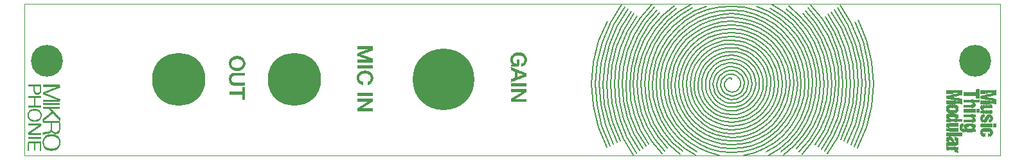
<source format=gtl>
G75*
%MOIN*%
%OFA0B0*%
%FSLAX24Y24*%
%IPPOS*%
%LPD*%
%AMOC8*
5,1,8,0,0,1.08239X$1,22.5*
%
%ADD10C,0.0000*%
%ADD11R,0.0010X0.0140*%
%ADD12R,0.0010X0.0010*%
%ADD13R,0.0010X0.0070*%
%ADD14R,0.0010X0.0030*%
%ADD15R,0.0010X0.0210*%
%ADD16R,0.0010X0.0120*%
%ADD17R,0.0010X0.0130*%
%ADD18R,0.0010X0.0170*%
%ADD19R,0.0010X0.0150*%
%ADD20R,0.0010X0.0180*%
%ADD21R,0.0010X0.0260*%
%ADD22R,0.0010X0.0190*%
%ADD23R,0.0010X0.0160*%
%ADD24R,0.0010X0.0290*%
%ADD25R,0.0010X0.0310*%
%ADD26R,0.0010X0.0220*%
%ADD27R,0.0010X0.0230*%
%ADD28R,0.0010X0.0330*%
%ADD29R,0.0010X0.0240*%
%ADD30R,0.0010X0.0250*%
%ADD31R,0.0010X0.0340*%
%ADD32R,0.0010X0.0270*%
%ADD33R,0.0010X0.0350*%
%ADD34R,0.0010X0.0450*%
%ADD35R,0.0010X0.0370*%
%ADD36R,0.0010X0.0420*%
%ADD37R,0.0010X0.0430*%
%ADD38R,0.0010X0.0460*%
%ADD39R,0.0010X0.0390*%
%ADD40R,0.0010X0.0400*%
%ADD41R,0.0010X0.0440*%
%ADD42R,0.0010X0.0200*%
%ADD43R,0.0010X0.0110*%
%ADD44R,0.0010X0.0020*%
%ADD45R,0.0010X0.0300*%
%ADD46R,0.0010X0.0410*%
%ADD47R,0.0010X0.0380*%
%ADD48R,0.0010X0.0320*%
%ADD49R,0.0010X0.0360*%
%ADD50R,0.0010X0.0100*%
%ADD51R,0.0010X0.0280*%
%ADD52R,0.0010X0.0090*%
%ADD53R,0.0010X0.0060*%
%ADD54R,0.0010X0.0050*%
%ADD55R,0.0160X0.0010*%
%ADD56R,0.0010X0.0490*%
%ADD57R,0.0010X0.0500*%
%ADD58R,0.0060X0.0010*%
%ADD59R,0.0150X0.0010*%
%ADD60R,0.0270X0.0010*%
%ADD61R,0.0350X0.0010*%
%ADD62R,0.0410X0.0010*%
%ADD63R,0.0450X0.0010*%
%ADD64R,0.0490X0.0010*%
%ADD65R,0.0530X0.0010*%
%ADD66R,0.0570X0.0010*%
%ADD67R,0.0590X0.0010*%
%ADD68R,0.0240X0.0010*%
%ADD69R,0.0200X0.0010*%
%ADD70R,0.0170X0.0010*%
%ADD71R,0.0140X0.0010*%
%ADD72R,0.0130X0.0010*%
%ADD73R,0.0120X0.0010*%
%ADD74R,0.0110X0.0010*%
%ADD75R,0.0100X0.0010*%
%ADD76R,0.0090X0.0010*%
%ADD77R,0.0080X0.0010*%
%ADD78R,0.0070X0.0010*%
%ADD79R,0.0690X0.0010*%
%ADD80R,0.0030X0.0010*%
%ADD81R,0.0180X0.0010*%
%ADD82R,0.0320X0.0010*%
%ADD83R,0.0230X0.0010*%
%ADD84R,0.0340X0.0010*%
%ADD85R,0.0260X0.0010*%
%ADD86R,0.0360X0.0010*%
%ADD87R,0.0290X0.0010*%
%ADD88R,0.0370X0.0010*%
%ADD89R,0.0310X0.0010*%
%ADD90R,0.0390X0.0010*%
%ADD91R,0.0330X0.0010*%
%ADD92R,0.0890X0.0010*%
%ADD93R,0.0020X0.0010*%
%ADD94R,0.0430X0.0010*%
%ADD95R,0.0470X0.0010*%
%ADD96R,0.0050X0.0010*%
%ADD97R,0.0040X0.0010*%
%ADD98R,0.0220X0.0010*%
%ADD99R,0.0210X0.0010*%
%ADD100R,0.0250X0.0010*%
%ADD101R,0.0190X0.0010*%
%ADD102R,0.0790X0.0010*%
%ADD103R,0.0620X0.0010*%
%ADD104R,0.0640X0.0010*%
%ADD105R,0.0660X0.0010*%
%ADD106R,0.0680X0.0010*%
%ADD107R,0.0700X0.0010*%
%ADD108R,0.0710X0.0010*%
%ADD109R,0.0720X0.0010*%
%ADD110R,0.0730X0.0010*%
%ADD111R,0.0740X0.0010*%
%ADD112R,0.0750X0.0010*%
%ADD113R,0.0760X0.0010*%
%ADD114R,0.0770X0.0010*%
%ADD115R,0.0300X0.0010*%
%ADD116R,0.0380X0.0010*%
%ADD117R,0.0400X0.0010*%
%ADD118R,0.0420X0.0010*%
%ADD119R,0.0280X0.0010*%
%ADD120R,0.0650X0.0010*%
%ADD121R,0.0630X0.0010*%
%ADD122R,0.0610X0.0010*%
%ADD123R,0.0550X0.0010*%
%ADD124R,0.0510X0.0010*%
%ADD125C,0.1660*%
%ADD126C,0.3195*%
%ADD127C,0.2762*%
%ADD128C,0.0079*%
D10*
X001639Y002139D02*
X001639Y010013D01*
X052230Y010013D01*
X052230Y002139D01*
X001639Y002139D01*
D11*
X049479Y004154D03*
X049469Y004544D03*
X049889Y005074D03*
X049899Y005074D03*
X049909Y005074D03*
X049929Y005074D03*
X049949Y005064D03*
X049959Y005064D03*
X049969Y005064D03*
X049999Y005054D03*
X050009Y005054D03*
X050029Y005054D03*
X050049Y005044D03*
X050059Y005044D03*
X050069Y005044D03*
X050009Y005274D03*
X049999Y005274D03*
X049989Y005274D03*
X049979Y005274D03*
X049949Y005264D03*
X049939Y005264D03*
X049929Y005264D03*
X049919Y005264D03*
X049889Y005254D03*
X049879Y005254D03*
X049869Y005254D03*
X050019Y005284D03*
X050029Y005284D03*
X050039Y005284D03*
X050049Y005284D03*
X051609Y005244D03*
X051629Y005254D03*
X051649Y005254D03*
X051659Y005254D03*
X051689Y005264D03*
X051699Y005264D03*
X051709Y005264D03*
X051729Y005264D03*
X051749Y005274D03*
X051759Y005274D03*
X051769Y005274D03*
X051779Y005274D03*
X051799Y005284D03*
X051809Y005284D03*
X051829Y005284D03*
X051789Y005054D03*
X051779Y005054D03*
X051769Y005054D03*
X051739Y005064D03*
X051729Y005064D03*
X051709Y005064D03*
X051689Y005074D03*
X051669Y005074D03*
X051659Y005074D03*
X051809Y005044D03*
X051829Y005044D03*
X051839Y005044D03*
X051719Y003924D03*
X051709Y003924D03*
X050959Y003974D03*
D12*
X051229Y004079D03*
X051679Y003989D03*
X051679Y003969D03*
X051679Y003949D03*
X051679Y003929D03*
X051679Y003909D03*
X051679Y003889D03*
X051679Y003869D03*
X051679Y003849D03*
X051859Y003989D03*
X051859Y004109D03*
X050159Y003609D03*
X050159Y003589D03*
X050159Y003569D03*
X050079Y003549D03*
X050079Y003529D03*
X050079Y003509D03*
X050079Y003489D03*
X050079Y003469D03*
X050079Y003449D03*
X050079Y003429D03*
X050079Y003409D03*
X050079Y003389D03*
X049479Y003389D03*
X049479Y003409D03*
X049479Y003429D03*
X049479Y003449D03*
X049479Y003469D03*
X049479Y003489D03*
X049479Y003509D03*
X049479Y003529D03*
X049469Y003719D03*
X050079Y003709D03*
X050079Y003689D03*
X050079Y003669D03*
X050079Y003729D03*
X050079Y003749D03*
X050079Y003769D03*
X050079Y003789D03*
X050079Y003809D03*
X049479Y003869D03*
X049479Y003889D03*
X049479Y003909D03*
X049479Y003929D03*
X049479Y003949D03*
X049479Y003969D03*
X049479Y003989D03*
X049479Y004009D03*
X049469Y004199D03*
X049949Y004079D03*
X050079Y004649D03*
X049479Y004809D03*
X049479Y004829D03*
X049479Y004849D03*
X049479Y004869D03*
X049479Y004889D03*
X049479Y004909D03*
X049479Y004929D03*
X049479Y004949D03*
X049479Y004969D03*
X049479Y005109D03*
X049479Y005129D03*
X049479Y005149D03*
X049479Y005169D03*
X049479Y005189D03*
X049479Y005209D03*
X049479Y005229D03*
X049479Y005369D03*
X049479Y005389D03*
X049479Y005409D03*
X049479Y005429D03*
X049479Y005449D03*
X049479Y005469D03*
X049479Y005489D03*
X049479Y005509D03*
X051169Y005519D03*
X051169Y005479D03*
X051169Y005439D03*
X051169Y005399D03*
X051169Y005359D03*
X051169Y005319D03*
X051169Y005279D03*
X051169Y005239D03*
X051169Y005199D03*
X051169Y005159D03*
X051169Y005119D03*
X051169Y005039D03*
X051169Y004999D03*
X051169Y004959D03*
X051169Y004919D03*
X051239Y004629D03*
X051239Y004609D03*
X052049Y004839D03*
X052049Y004879D03*
X052049Y004919D03*
X052049Y004959D03*
X052049Y004999D03*
X052049Y005039D03*
X052049Y005279D03*
X052049Y005319D03*
X052049Y005359D03*
X052049Y005399D03*
X052049Y005439D03*
X052049Y005479D03*
X052049Y005519D03*
X051169Y005559D03*
X051229Y003359D03*
X051229Y003299D03*
X051229Y003279D03*
X051239Y003269D03*
X049899Y003089D03*
X049899Y003069D03*
X049899Y003049D03*
X049899Y003029D03*
X049899Y003009D03*
X049899Y002989D03*
X049899Y002969D03*
X049899Y002949D03*
X049899Y002929D03*
X049979Y002869D03*
X049589Y002879D03*
X049469Y002919D03*
X049469Y002939D03*
X049479Y002789D03*
X049479Y002769D03*
X049479Y002749D03*
X049479Y002729D03*
X049479Y002709D03*
X049479Y002689D03*
X049479Y002669D03*
X049479Y002649D03*
X049479Y002629D03*
X049479Y002569D03*
X049479Y002549D03*
X049479Y002529D03*
X049479Y002509D03*
X049479Y002489D03*
X049479Y002469D03*
X049479Y002449D03*
X049479Y002429D03*
X049909Y002359D03*
X049909Y002339D03*
X050089Y002299D03*
X050079Y002429D03*
X050079Y002449D03*
X050079Y002469D03*
X050079Y002489D03*
X050079Y002509D03*
X050079Y002529D03*
X050079Y002549D03*
X050079Y002569D03*
X049479Y003149D03*
X049479Y003169D03*
X049479Y003189D03*
X049479Y003209D03*
X049479Y003229D03*
X049479Y003249D03*
X049479Y003269D03*
X049479Y003289D03*
X049479Y003309D03*
X026879Y005939D03*
X026879Y006689D03*
X003489Y003929D03*
X002609Y003909D03*
X002609Y003209D03*
D13*
X049469Y004149D03*
X050089Y004149D03*
X050389Y003649D03*
D14*
X049469Y003689D03*
X051229Y003329D03*
X049469Y002969D03*
X051229Y004049D03*
X051029Y004389D03*
X051029Y004429D03*
X051029Y004469D03*
X051029Y004509D03*
D15*
X050929Y004749D03*
X049479Y004549D03*
X050039Y004149D03*
X050929Y003979D03*
X051249Y004059D03*
X051639Y004149D03*
X051849Y004049D03*
X050929Y003639D03*
X050429Y003639D03*
X050269Y003479D03*
X049509Y003679D03*
X049589Y002999D03*
X049499Y002949D03*
X049759Y002949D03*
X049859Y002749D03*
X049869Y002739D03*
X049979Y002749D03*
X049609Y002739D03*
X049599Y002749D03*
X049909Y002479D03*
X049659Y005169D03*
X049639Y005169D03*
X051399Y005169D03*
X051409Y005169D03*
X051419Y005169D03*
D16*
X051539Y005234D03*
X051549Y005234D03*
X051559Y005234D03*
X051579Y005244D03*
X051599Y005244D03*
X051569Y005094D03*
X051559Y005094D03*
X051619Y005084D03*
X051639Y005084D03*
X049859Y005084D03*
X049809Y005094D03*
X049799Y005094D03*
X049779Y005094D03*
X049779Y005234D03*
X049799Y005244D03*
X049819Y005244D03*
X049479Y003684D03*
X050019Y002344D03*
X050029Y002344D03*
D17*
X050009Y002349D03*
X049999Y002349D03*
X049479Y002949D03*
X051859Y003329D03*
X050959Y003649D03*
X050399Y003649D03*
X050079Y004149D03*
X051249Y004619D03*
X050959Y004749D03*
X051579Y005089D03*
X051589Y005089D03*
X051599Y005089D03*
X051609Y005089D03*
X051629Y005079D03*
X051649Y005079D03*
X051679Y005069D03*
X051699Y005069D03*
X051719Y005069D03*
X051749Y005059D03*
X051759Y005059D03*
X051799Y005049D03*
X051819Y005049D03*
X051849Y005039D03*
X051859Y005039D03*
X051549Y005099D03*
X051569Y005239D03*
X051589Y005239D03*
X051619Y005249D03*
X051639Y005249D03*
X051669Y005259D03*
X051679Y005259D03*
X051719Y005269D03*
X051739Y005269D03*
X051789Y005279D03*
X051819Y005289D03*
X051839Y005289D03*
X050079Y005289D03*
X050059Y005289D03*
X049959Y005269D03*
X049909Y005259D03*
X049899Y005259D03*
X049859Y005249D03*
X049849Y005249D03*
X049839Y005249D03*
X049829Y005239D03*
X049809Y005239D03*
X049789Y005239D03*
X049769Y005239D03*
X049759Y005229D03*
X049769Y005099D03*
X049789Y005099D03*
X049819Y005089D03*
X049829Y005089D03*
X049839Y005089D03*
X049849Y005079D03*
X049869Y005079D03*
X049879Y005079D03*
X049919Y005069D03*
X049939Y005069D03*
X049979Y005059D03*
X049989Y005059D03*
X050019Y005049D03*
X050039Y005049D03*
X050079Y005039D03*
X050089Y005039D03*
D18*
X049939Y004889D03*
X049929Y004889D03*
X049919Y004889D03*
X049899Y004889D03*
X049889Y004889D03*
X049879Y004889D03*
X049869Y004889D03*
X049859Y004889D03*
X049849Y004889D03*
X049839Y004889D03*
X049819Y004889D03*
X049809Y004889D03*
X049799Y004889D03*
X049789Y004889D03*
X049779Y004889D03*
X049769Y004889D03*
X049759Y004889D03*
X049739Y004889D03*
X049729Y004889D03*
X049719Y004889D03*
X049709Y004889D03*
X049699Y004889D03*
X049689Y004889D03*
X049679Y004889D03*
X049659Y004889D03*
X049649Y004889D03*
X049639Y004889D03*
X049629Y004889D03*
X049619Y004889D03*
X049599Y004889D03*
X049589Y004899D03*
X049579Y004889D03*
X049569Y004889D03*
X049559Y004889D03*
X049549Y004889D03*
X049539Y004889D03*
X049519Y004889D03*
X049509Y004899D03*
X049499Y004889D03*
X049729Y004689D03*
X049739Y004689D03*
X049759Y004689D03*
X049769Y004689D03*
X049779Y004689D03*
X049789Y004689D03*
X049799Y004689D03*
X049809Y004689D03*
X049819Y004689D03*
X049869Y004679D03*
X049889Y004679D03*
X049909Y004679D03*
X049949Y004669D03*
X049959Y004669D03*
X049959Y004429D03*
X049929Y004419D03*
X049889Y004409D03*
X049879Y004409D03*
X049869Y004409D03*
X049859Y004409D03*
X049849Y004409D03*
X049839Y004409D03*
X049829Y004409D03*
X049819Y004409D03*
X049809Y004409D03*
X049799Y004409D03*
X049789Y004409D03*
X049779Y004409D03*
X049769Y004409D03*
X049759Y004409D03*
X049749Y004409D03*
X049739Y004409D03*
X049729Y004409D03*
X049719Y004409D03*
X049709Y004409D03*
X049699Y004409D03*
X049689Y004409D03*
X049679Y004409D03*
X049629Y004419D03*
X049599Y004429D03*
X049589Y004659D03*
X049599Y004669D03*
X049609Y004669D03*
X049629Y004679D03*
X049649Y004679D03*
X049669Y004679D03*
X049689Y004679D03*
X050369Y004449D03*
X050379Y004449D03*
X050399Y004449D03*
X050409Y004449D03*
X050419Y004449D03*
X050429Y004449D03*
X050439Y004449D03*
X050449Y004449D03*
X050459Y004449D03*
X050479Y004449D03*
X050489Y004449D03*
X050499Y004449D03*
X050509Y004449D03*
X050519Y004449D03*
X050529Y004449D03*
X050539Y004449D03*
X050559Y004449D03*
X050569Y004449D03*
X050579Y004449D03*
X050589Y004449D03*
X050599Y004449D03*
X050609Y004449D03*
X050619Y004449D03*
X050639Y004449D03*
X050649Y004449D03*
X050659Y004449D03*
X050669Y004449D03*
X050679Y004449D03*
X050689Y004449D03*
X050699Y004449D03*
X050719Y004449D03*
X050729Y004449D03*
X050739Y004449D03*
X050749Y004449D03*
X050759Y004449D03*
X050769Y004449D03*
X050779Y004449D03*
X050799Y004449D03*
X050809Y004449D03*
X050819Y004449D03*
X050829Y004449D03*
X050839Y004449D03*
X050849Y004449D03*
X050859Y004449D03*
X050879Y004449D03*
X050889Y004449D03*
X050899Y004449D03*
X050909Y004449D03*
X050919Y004449D03*
X050929Y004449D03*
X050939Y004449D03*
X050959Y004449D03*
X051039Y004449D03*
X051049Y004449D03*
X051059Y004449D03*
X051069Y004449D03*
X051079Y004449D03*
X051089Y004449D03*
X051099Y004449D03*
X051119Y004449D03*
X051129Y004449D03*
X051139Y004449D03*
X051149Y004449D03*
X051159Y004449D03*
X051169Y004449D03*
X051399Y004409D03*
X051419Y004409D03*
X051469Y004399D03*
X051489Y004399D03*
X051549Y004399D03*
X051569Y004399D03*
X051629Y004399D03*
X051649Y004399D03*
X051709Y004399D03*
X051729Y004399D03*
X051789Y004399D03*
X051809Y004399D03*
X051749Y004159D03*
X051689Y004179D03*
X051669Y004179D03*
X051659Y004169D03*
X051369Y004179D03*
X050799Y004189D03*
X050789Y004189D03*
X050779Y004189D03*
X050769Y004189D03*
X050069Y004159D03*
X049919Y004209D03*
X049899Y004209D03*
X049869Y004219D03*
X049859Y004219D03*
X049849Y004219D03*
X049829Y004219D03*
X049819Y004219D03*
X049809Y004219D03*
X049799Y004219D03*
X049789Y004219D03*
X049769Y004219D03*
X049749Y004219D03*
X049739Y004219D03*
X049729Y004219D03*
X049719Y004219D03*
X049709Y004219D03*
X049699Y004219D03*
X049689Y004219D03*
X049679Y004219D03*
X049669Y004219D03*
X049489Y004159D03*
X049639Y003949D03*
X049649Y003949D03*
X049659Y003949D03*
X049669Y003949D03*
X049669Y003739D03*
X049649Y003739D03*
X049629Y003739D03*
X049619Y003729D03*
X049689Y003739D03*
X049709Y003739D03*
X049729Y003739D03*
X049749Y003739D03*
X049769Y003739D03*
X049789Y003739D03*
X049809Y003739D03*
X049829Y003739D03*
X049849Y003739D03*
X049869Y003739D03*
X049889Y003739D03*
X049909Y003739D03*
X049929Y003739D03*
X049949Y003739D03*
X049969Y003739D03*
X049989Y003739D03*
X050009Y003739D03*
X050029Y003739D03*
X050049Y003739D03*
X050069Y003739D03*
X050289Y003709D03*
X050299Y003709D03*
X050409Y003639D03*
X050559Y003709D03*
X050569Y003709D03*
X050579Y003709D03*
X050589Y003709D03*
X050599Y003709D03*
X050609Y003709D03*
X050619Y003709D03*
X050779Y003709D03*
X050789Y003709D03*
X050799Y003709D03*
X050949Y003639D03*
X051259Y003709D03*
X051269Y003709D03*
X051279Y003709D03*
X051289Y003709D03*
X051299Y003709D03*
X051319Y003709D03*
X051329Y003709D03*
X051339Y003709D03*
X051349Y003709D03*
X051359Y003709D03*
X051369Y003709D03*
X051379Y003709D03*
X051399Y003709D03*
X051409Y003709D03*
X051419Y003709D03*
X051429Y003709D03*
X051439Y003709D03*
X051449Y003709D03*
X051459Y003709D03*
X051479Y003709D03*
X051489Y003709D03*
X051499Y003709D03*
X051509Y003709D03*
X051519Y003709D03*
X051529Y003709D03*
X051539Y003709D03*
X051559Y003709D03*
X051569Y003709D03*
X051579Y003709D03*
X051589Y003709D03*
X051599Y003709D03*
X051609Y003709D03*
X051619Y003709D03*
X051639Y003709D03*
X051649Y003709D03*
X051659Y003709D03*
X051669Y003709D03*
X051679Y003709D03*
X051689Y003709D03*
X051699Y003709D03*
X051719Y003709D03*
X051729Y003709D03*
X051739Y003709D03*
X051749Y003709D03*
X051759Y003709D03*
X051769Y003709D03*
X051779Y003709D03*
X051799Y003709D03*
X051809Y003709D03*
X051819Y003709D03*
X051829Y003709D03*
X051839Y003709D03*
X051849Y003709D03*
X051919Y003709D03*
X051929Y003709D03*
X051939Y003709D03*
X051959Y003709D03*
X051969Y003709D03*
X051979Y003709D03*
X051989Y003709D03*
X051999Y003709D03*
X052009Y003709D03*
X052019Y003709D03*
X052039Y003709D03*
X052049Y003709D03*
X051729Y003449D03*
X051719Y003449D03*
X051689Y003459D03*
X051669Y003459D03*
X051659Y003469D03*
X051649Y003469D03*
X051639Y003469D03*
X051629Y003469D03*
X051619Y003469D03*
X051609Y003469D03*
X051599Y003469D03*
X051589Y003469D03*
X051579Y003469D03*
X051569Y003469D03*
X051559Y003469D03*
X051549Y003469D03*
X051539Y003469D03*
X051529Y003469D03*
X051519Y003469D03*
X051509Y003469D03*
X051499Y003469D03*
X051489Y003469D03*
X051479Y003469D03*
X051469Y003469D03*
X051459Y003469D03*
X051439Y003469D03*
X051429Y003459D03*
X051409Y003459D03*
X051369Y003449D03*
X051359Y003449D03*
X050809Y003439D03*
X050799Y003439D03*
X050789Y003439D03*
X050779Y003439D03*
X050769Y003439D03*
X050749Y003439D03*
X050729Y003439D03*
X050709Y003439D03*
X050689Y003439D03*
X050669Y003439D03*
X050649Y003439D03*
X050629Y003439D03*
X050609Y003439D03*
X050589Y003439D03*
X050579Y003439D03*
X050569Y003439D03*
X050559Y003439D03*
X050549Y003439D03*
X050429Y003439D03*
X050369Y003439D03*
X050349Y003439D03*
X050329Y003439D03*
X050289Y003449D03*
X050279Y003449D03*
X050069Y003469D03*
X050059Y003469D03*
X050049Y003469D03*
X050039Y003469D03*
X050029Y003469D03*
X050019Y003469D03*
X050009Y003469D03*
X049999Y003469D03*
X049989Y003469D03*
X049979Y003469D03*
X049969Y003469D03*
X049959Y003469D03*
X049949Y003469D03*
X049939Y003469D03*
X049929Y003469D03*
X049919Y003469D03*
X049909Y003469D03*
X049899Y003469D03*
X049889Y003469D03*
X049879Y003469D03*
X049869Y003469D03*
X049859Y003469D03*
X049849Y003469D03*
X049839Y003469D03*
X049829Y003469D03*
X049819Y003469D03*
X049809Y003469D03*
X049799Y003469D03*
X049789Y003469D03*
X049779Y003469D03*
X049769Y003469D03*
X049759Y003469D03*
X049749Y003469D03*
X049739Y003469D03*
X049729Y003469D03*
X049719Y003469D03*
X049709Y003469D03*
X049699Y003469D03*
X049689Y003469D03*
X049679Y003469D03*
X049669Y003469D03*
X049659Y003469D03*
X049639Y003469D03*
X049489Y003679D03*
X049899Y003949D03*
X049909Y003949D03*
X049919Y003949D03*
X050799Y003929D03*
X050809Y003929D03*
X050819Y003929D03*
X050949Y003979D03*
X051349Y003939D03*
X051749Y003939D03*
X051759Y003949D03*
X051729Y004679D03*
X051709Y004679D03*
X051649Y004679D03*
X051629Y004679D03*
X051569Y004679D03*
X051549Y004679D03*
X051489Y004679D03*
X051469Y004679D03*
X051409Y004679D03*
X051399Y004669D03*
X051389Y004669D03*
X051379Y004669D03*
X051789Y004679D03*
X051809Y004679D03*
X051699Y004889D03*
X051689Y004889D03*
X051679Y004889D03*
X051659Y004889D03*
X051649Y004889D03*
X051639Y004889D03*
X051629Y004889D03*
X051619Y004889D03*
X051609Y004889D03*
X051599Y004889D03*
X051579Y004889D03*
X051569Y004889D03*
X051559Y004889D03*
X051549Y004889D03*
X051539Y004889D03*
X051529Y004889D03*
X051519Y004889D03*
X051499Y004889D03*
X051489Y004889D03*
X051479Y004889D03*
X051469Y004889D03*
X051459Y004889D03*
X051449Y004889D03*
X051439Y004889D03*
X051419Y004889D03*
X051409Y004889D03*
X051399Y004889D03*
X051389Y004889D03*
X051379Y004889D03*
X051359Y004889D03*
X051349Y004899D03*
X051339Y004889D03*
X051329Y004889D03*
X051319Y004889D03*
X051309Y004889D03*
X051299Y004889D03*
X051279Y004889D03*
X051269Y004899D03*
X051259Y004889D03*
X050809Y004959D03*
X050789Y004959D03*
X050769Y004959D03*
X050789Y004699D03*
X050809Y004699D03*
X050829Y004699D03*
X051299Y005169D03*
X051319Y005169D03*
X051319Y005439D03*
X051309Y005439D03*
X051299Y005439D03*
X051289Y005439D03*
X051279Y005439D03*
X051269Y005439D03*
X051259Y005439D03*
X051249Y005439D03*
X051329Y005439D03*
X051339Y005439D03*
X051349Y005439D03*
X051359Y005439D03*
X051369Y005439D03*
X051379Y005439D03*
X051389Y005439D03*
X051409Y005439D03*
X051429Y005439D03*
X051449Y005439D03*
X051469Y005439D03*
X051489Y005439D03*
X051549Y005439D03*
X051569Y005439D03*
X049809Y005439D03*
X049789Y005439D03*
X049729Y005439D03*
X049709Y005439D03*
X049689Y005439D03*
X049669Y005439D03*
X049649Y005439D03*
X049629Y005439D03*
X049619Y005439D03*
X049609Y005439D03*
X049599Y005439D03*
X049589Y005439D03*
X049579Y005439D03*
X049569Y005439D03*
X049559Y005439D03*
X049549Y005439D03*
X049539Y005439D03*
X049529Y005439D03*
X049519Y005439D03*
X049509Y005439D03*
X049499Y005439D03*
X049489Y005439D03*
X049529Y005169D03*
X049539Y005169D03*
X049559Y005169D03*
X049559Y003229D03*
X049569Y003229D03*
X049579Y003229D03*
X049589Y003229D03*
X049599Y003229D03*
X049609Y003229D03*
X049619Y003229D03*
X049639Y003229D03*
X049649Y003229D03*
X049659Y003229D03*
X049669Y003229D03*
X049679Y003229D03*
X049689Y003229D03*
X049699Y003229D03*
X049719Y003229D03*
X049729Y003229D03*
X049739Y003229D03*
X049749Y003229D03*
X049759Y003229D03*
X049769Y003229D03*
X049779Y003229D03*
X049799Y003229D03*
X049809Y003229D03*
X049819Y003229D03*
X049829Y003229D03*
X049839Y003229D03*
X049849Y003229D03*
X049859Y003229D03*
X049879Y003229D03*
X049889Y003229D03*
X049899Y003229D03*
X049909Y003229D03*
X049919Y003229D03*
X049929Y003229D03*
X049939Y003229D03*
X049959Y003229D03*
X049969Y003229D03*
X049979Y003229D03*
X049989Y003229D03*
X049999Y003229D03*
X050009Y003229D03*
X050019Y003229D03*
X050039Y003229D03*
X050049Y003229D03*
X050059Y003229D03*
X050069Y003229D03*
X050079Y003229D03*
X050089Y003229D03*
X050099Y003229D03*
X050119Y003229D03*
X050129Y003229D03*
X050139Y003229D03*
X050149Y003229D03*
X050159Y003229D03*
X050169Y003229D03*
X050179Y003229D03*
X050199Y003229D03*
X050209Y003229D03*
X050219Y003229D03*
X050229Y003229D03*
X050239Y003229D03*
X050249Y003229D03*
X050259Y003229D03*
X050279Y003229D03*
X049539Y003229D03*
X049529Y003229D03*
X049519Y003229D03*
X049509Y003229D03*
X049499Y003229D03*
X049489Y003229D03*
X049639Y003029D03*
X049629Y003019D03*
X049669Y003019D03*
X049689Y003019D03*
X049699Y003009D03*
X049709Y003009D03*
X049919Y003009D03*
X049949Y002999D03*
X050089Y002859D03*
X049939Y002729D03*
X049929Y002729D03*
X049919Y002729D03*
X049899Y002729D03*
X049759Y002729D03*
X049739Y002729D03*
X049719Y002729D03*
X049699Y002729D03*
X049679Y002729D03*
X049659Y002729D03*
X049499Y002709D03*
X049489Y002709D03*
X049509Y002499D03*
X049529Y002499D03*
X049589Y002499D03*
X049609Y002499D03*
X049669Y002499D03*
X049689Y002499D03*
X049749Y002499D03*
X049769Y002499D03*
X049829Y002499D03*
X049859Y002489D03*
X049869Y002489D03*
X049879Y002489D03*
X051359Y003209D03*
X051369Y003209D03*
X051389Y003199D03*
X051409Y003199D03*
X051469Y003199D03*
X051629Y003199D03*
X051649Y003199D03*
X051729Y003209D03*
D19*
X051679Y003199D03*
X051659Y003199D03*
X051639Y003199D03*
X051419Y003199D03*
X050959Y003429D03*
X050949Y003429D03*
X050939Y003429D03*
X050929Y003429D03*
X050919Y003429D03*
X050909Y003429D03*
X050319Y003439D03*
X049539Y003459D03*
X049519Y003459D03*
X049499Y003459D03*
X049489Y003459D03*
X049489Y003939D03*
X049499Y003939D03*
X049509Y003939D03*
X049519Y003939D03*
X049529Y003939D03*
X049539Y003939D03*
X050899Y004199D03*
X050919Y004199D03*
X050939Y004199D03*
X050949Y004199D03*
X050959Y004199D03*
X051259Y004399D03*
X051269Y004399D03*
X051279Y004399D03*
X051289Y004399D03*
X051299Y004399D03*
X051319Y004399D03*
X051389Y004189D03*
X051399Y004189D03*
X051409Y004189D03*
X051419Y004189D03*
X051429Y004189D03*
X051379Y004179D03*
X051699Y004179D03*
X051709Y004179D03*
X051719Y004179D03*
X051729Y004179D03*
X051729Y003929D03*
X051739Y003929D03*
X051699Y003919D03*
X051689Y003919D03*
X051419Y003919D03*
X051409Y003919D03*
X051399Y003919D03*
X051389Y003919D03*
X051379Y003919D03*
X051359Y003929D03*
X049939Y004419D03*
X050089Y004549D03*
X049639Y004679D03*
X049619Y004419D03*
X049909Y004889D03*
X049989Y004889D03*
X050069Y004889D03*
X049519Y005169D03*
X049509Y005169D03*
X049499Y005169D03*
X049489Y005169D03*
X049969Y005269D03*
X050069Y005289D03*
X050069Y005449D03*
X051249Y005169D03*
X051259Y005169D03*
X051269Y005169D03*
X051279Y005169D03*
X051289Y005169D03*
X051669Y004889D03*
X051749Y004889D03*
X051829Y004889D03*
X051259Y004619D03*
X051829Y005449D03*
X049679Y003019D03*
X049999Y002499D03*
X050019Y002499D03*
X050029Y002499D03*
X050039Y002499D03*
X050049Y002499D03*
X050059Y002499D03*
D20*
X049889Y002484D03*
X049849Y002494D03*
X049909Y002724D03*
X049949Y002724D03*
X049959Y002734D03*
X049969Y002734D03*
X049749Y002724D03*
X049729Y002724D03*
X049709Y002724D03*
X049689Y002724D03*
X049639Y002734D03*
X049729Y002994D03*
X049649Y003024D03*
X049619Y003024D03*
X049609Y003014D03*
X049959Y002994D03*
X049969Y002994D03*
X050539Y003444D03*
X050819Y003444D03*
X051449Y003464D03*
X051739Y003434D03*
X051739Y003224D03*
X050829Y003694D03*
X050809Y003704D03*
X050549Y003704D03*
X050539Y003704D03*
X050529Y003694D03*
X050519Y003694D03*
X050419Y003644D03*
X050279Y003704D03*
X049649Y003474D03*
X049629Y003474D03*
X049629Y003954D03*
X049619Y003954D03*
X049929Y003954D03*
X049939Y003954D03*
X050829Y003934D03*
X051449Y003934D03*
X051349Y004164D03*
X051409Y004404D03*
X051759Y004154D03*
X050829Y004184D03*
X050819Y004184D03*
X050809Y004184D03*
X050059Y004154D03*
X049909Y004214D03*
X049889Y004214D03*
X049879Y004214D03*
X049659Y004214D03*
X049649Y004214D03*
X049639Y004214D03*
X049629Y004214D03*
X049619Y004204D03*
X049609Y004424D03*
X049589Y004434D03*
X049949Y004424D03*
X049969Y004434D03*
X049969Y004654D03*
X050839Y004704D03*
X050819Y004954D03*
X051249Y004894D03*
X051289Y004894D03*
X051369Y004894D03*
X051339Y005164D03*
X051329Y005164D03*
X051309Y005164D03*
X051009Y005334D03*
X050999Y005334D03*
X050989Y005334D03*
X050979Y005334D03*
X050969Y005334D03*
X050959Y005334D03*
X050949Y005334D03*
X050939Y005334D03*
X050929Y005334D03*
X050919Y005334D03*
X050909Y005334D03*
X050899Y005334D03*
X050889Y005334D03*
X050879Y005334D03*
X050869Y005334D03*
X050859Y005334D03*
X050849Y005334D03*
X050839Y005334D03*
X050829Y005334D03*
X050819Y005334D03*
X050809Y005334D03*
X050799Y005334D03*
X050789Y005334D03*
X050779Y005334D03*
X050769Y005334D03*
X050759Y005334D03*
X050749Y005334D03*
X050739Y005334D03*
X050729Y005334D03*
X050719Y005334D03*
X050709Y005334D03*
X050699Y005334D03*
X050689Y005334D03*
X050679Y005334D03*
X050669Y005334D03*
X050659Y005334D03*
X050649Y005334D03*
X050639Y005334D03*
X050629Y005334D03*
X050619Y005334D03*
X050609Y005334D03*
X050599Y005334D03*
X050589Y005334D03*
X050579Y005334D03*
X050569Y005334D03*
X050559Y005334D03*
X050549Y005334D03*
X050539Y005334D03*
X050529Y005334D03*
X050519Y005334D03*
X050509Y005334D03*
X050499Y005334D03*
X050489Y005334D03*
X050479Y005334D03*
X050469Y005334D03*
X050459Y005334D03*
X050449Y005334D03*
X050439Y005334D03*
X050429Y005334D03*
X050419Y005334D03*
X050409Y005334D03*
X050399Y005334D03*
X050389Y005334D03*
X050379Y005334D03*
X050369Y005334D03*
X049579Y005164D03*
X049569Y005164D03*
X049549Y005164D03*
X049529Y004894D03*
X049489Y004894D03*
X049609Y004894D03*
D21*
X050229Y004944D03*
X050259Y004934D03*
X050269Y004934D03*
X050279Y004934D03*
X051309Y004614D03*
X051319Y004614D03*
X051989Y004944D03*
X052029Y004934D03*
X052039Y004934D03*
X051529Y005164D03*
X051999Y005394D03*
X052019Y005394D03*
X052029Y005394D03*
X052039Y005394D03*
X050279Y005394D03*
X050269Y005394D03*
X050259Y005394D03*
X050239Y005394D03*
X050069Y004544D03*
X049489Y004544D03*
X051499Y003984D03*
D22*
X051459Y003939D03*
X050939Y003979D03*
X050839Y003939D03*
X050839Y004179D03*
X049939Y004199D03*
X049929Y004209D03*
X049599Y004199D03*
X049499Y004159D03*
X050079Y004539D03*
X050939Y004749D03*
X050949Y004749D03*
X050829Y004949D03*
X051269Y004619D03*
X051379Y004419D03*
X051389Y004409D03*
X051649Y004159D03*
X050269Y003689D03*
X050169Y003589D03*
X050529Y003449D03*
X050829Y003449D03*
X051349Y003429D03*
X051349Y003229D03*
X049979Y002979D03*
X049739Y002979D03*
X049599Y003009D03*
X049489Y002949D03*
X049619Y002739D03*
X049629Y002729D03*
X049649Y002729D03*
X049669Y002729D03*
X049879Y002739D03*
X049889Y002729D03*
X049899Y002479D03*
X049619Y003479D03*
X049499Y003679D03*
X049609Y003729D03*
X049599Y005169D03*
X049589Y005169D03*
X051349Y005169D03*
X051359Y005169D03*
D23*
X051159Y004964D03*
X051149Y004964D03*
X051139Y004964D03*
X051129Y004964D03*
X051119Y004964D03*
X051109Y004964D03*
X051099Y004964D03*
X051089Y004964D03*
X051079Y004964D03*
X051069Y004964D03*
X051059Y004964D03*
X051049Y004964D03*
X051039Y004964D03*
X051029Y004964D03*
X051019Y004964D03*
X051009Y004964D03*
X050999Y004964D03*
X050989Y004964D03*
X050979Y004964D03*
X050969Y004964D03*
X050959Y004964D03*
X050949Y004964D03*
X050939Y004964D03*
X050929Y004964D03*
X050919Y004964D03*
X050909Y004964D03*
X050799Y004964D03*
X050779Y004964D03*
X050759Y004964D03*
X050749Y004964D03*
X050739Y004964D03*
X050729Y004964D03*
X050719Y004964D03*
X050709Y004964D03*
X050699Y004964D03*
X050689Y004964D03*
X050679Y004964D03*
X050669Y004964D03*
X050659Y004964D03*
X050649Y004964D03*
X050639Y004964D03*
X050629Y004964D03*
X050619Y004964D03*
X050609Y004964D03*
X050599Y004964D03*
X050589Y004964D03*
X050579Y004964D03*
X050569Y004964D03*
X050559Y004964D03*
X050549Y004964D03*
X050539Y004964D03*
X050529Y004964D03*
X050519Y004964D03*
X050509Y004964D03*
X050499Y004964D03*
X050489Y004964D03*
X050479Y004964D03*
X050459Y004964D03*
X050449Y004964D03*
X050439Y004964D03*
X050429Y004964D03*
X050419Y004964D03*
X050409Y004964D03*
X050399Y004964D03*
X050389Y004964D03*
X050379Y004964D03*
X050369Y004964D03*
X050089Y004884D03*
X050079Y004884D03*
X050059Y004884D03*
X050049Y004884D03*
X050039Y004884D03*
X050029Y004884D03*
X050019Y004884D03*
X050009Y004884D03*
X049999Y004884D03*
X049979Y004884D03*
X049969Y004884D03*
X049959Y004884D03*
X049949Y004884D03*
X049829Y004894D03*
X049749Y004894D03*
X049669Y004894D03*
X050369Y004694D03*
X050379Y004694D03*
X050389Y004694D03*
X050399Y004694D03*
X050409Y004694D03*
X050419Y004694D03*
X050429Y004694D03*
X050439Y004694D03*
X050449Y004694D03*
X050459Y004694D03*
X050469Y004694D03*
X050479Y004694D03*
X050489Y004694D03*
X050499Y004694D03*
X050509Y004694D03*
X050519Y004694D03*
X050529Y004694D03*
X050539Y004694D03*
X050549Y004694D03*
X050559Y004694D03*
X050569Y004694D03*
X050579Y004694D03*
X050589Y004694D03*
X050599Y004694D03*
X050609Y004694D03*
X050619Y004694D03*
X050629Y004694D03*
X050639Y004694D03*
X050649Y004694D03*
X050659Y004694D03*
X050669Y004694D03*
X050679Y004694D03*
X050689Y004694D03*
X050699Y004694D03*
X050709Y004694D03*
X050719Y004694D03*
X050729Y004694D03*
X050739Y004694D03*
X050749Y004694D03*
X050759Y004694D03*
X050769Y004694D03*
X050779Y004694D03*
X050799Y004694D03*
X050819Y004694D03*
X051419Y004674D03*
X051429Y004674D03*
X051439Y004674D03*
X051449Y004674D03*
X051459Y004674D03*
X051479Y004674D03*
X051499Y004674D03*
X051509Y004674D03*
X051519Y004674D03*
X051529Y004674D03*
X051539Y004674D03*
X051559Y004674D03*
X051579Y004674D03*
X051589Y004674D03*
X051599Y004674D03*
X051609Y004674D03*
X051619Y004674D03*
X051639Y004674D03*
X051659Y004674D03*
X051669Y004674D03*
X051679Y004674D03*
X051689Y004674D03*
X051699Y004674D03*
X051719Y004674D03*
X051739Y004674D03*
X051749Y004674D03*
X051759Y004674D03*
X051769Y004674D03*
X051779Y004674D03*
X051799Y004674D03*
X051819Y004674D03*
X051829Y004674D03*
X051839Y004674D03*
X051849Y004674D03*
X051109Y004454D03*
X051249Y004394D03*
X051309Y004394D03*
X051429Y004404D03*
X051439Y004404D03*
X051449Y004404D03*
X051459Y004404D03*
X051479Y004404D03*
X051499Y004404D03*
X051509Y004404D03*
X051519Y004404D03*
X051529Y004404D03*
X051539Y004404D03*
X051559Y004404D03*
X051579Y004404D03*
X051589Y004404D03*
X051599Y004404D03*
X051609Y004404D03*
X051619Y004404D03*
X051639Y004404D03*
X051659Y004404D03*
X051669Y004404D03*
X051679Y004404D03*
X051689Y004404D03*
X051699Y004404D03*
X051719Y004404D03*
X051739Y004404D03*
X051749Y004404D03*
X051759Y004404D03*
X051769Y004404D03*
X051779Y004404D03*
X051799Y004404D03*
X051819Y004404D03*
X051829Y004404D03*
X051839Y004404D03*
X051849Y004404D03*
X051739Y004174D03*
X051679Y004174D03*
X051359Y004174D03*
X050929Y004194D03*
X050909Y004194D03*
X050759Y004194D03*
X050749Y004194D03*
X050739Y004194D03*
X050729Y004194D03*
X050719Y004194D03*
X050709Y004194D03*
X050699Y004194D03*
X050689Y004194D03*
X050679Y004194D03*
X050669Y004194D03*
X050659Y004194D03*
X050649Y004194D03*
X050639Y004194D03*
X050629Y004194D03*
X050619Y004194D03*
X050609Y004194D03*
X050599Y004194D03*
X050589Y004194D03*
X050579Y004194D03*
X050569Y004194D03*
X050559Y004194D03*
X050549Y004194D03*
X050539Y004194D03*
X050529Y004194D03*
X050519Y004194D03*
X050509Y004194D03*
X050499Y004194D03*
X050489Y004194D03*
X050479Y004194D03*
X050469Y004194D03*
X050459Y004194D03*
X050449Y004194D03*
X050439Y004194D03*
X050429Y004194D03*
X050419Y004194D03*
X050409Y004194D03*
X050399Y004194D03*
X050389Y004194D03*
X050379Y004194D03*
X050369Y004194D03*
X049839Y004224D03*
X049779Y004224D03*
X049759Y004224D03*
X049669Y004414D03*
X049659Y004414D03*
X049649Y004414D03*
X049639Y004414D03*
X049899Y004414D03*
X049909Y004414D03*
X049919Y004414D03*
X049919Y004674D03*
X049929Y004674D03*
X049939Y004674D03*
X049899Y004684D03*
X049879Y004684D03*
X049859Y004684D03*
X049849Y004684D03*
X049839Y004684D03*
X049829Y004684D03*
X049749Y004684D03*
X049719Y004684D03*
X049709Y004684D03*
X049699Y004684D03*
X049679Y004684D03*
X049659Y004684D03*
X049619Y004674D03*
X050389Y004454D03*
X050469Y004454D03*
X050549Y004454D03*
X050629Y004454D03*
X050709Y004454D03*
X050789Y004454D03*
X050869Y004454D03*
X050949Y004454D03*
X051429Y004894D03*
X051509Y004894D03*
X051589Y004894D03*
X051709Y004884D03*
X051719Y004884D03*
X051729Y004884D03*
X051739Y004884D03*
X051759Y004884D03*
X051769Y004884D03*
X051779Y004884D03*
X051789Y004884D03*
X051799Y004884D03*
X051809Y004884D03*
X051819Y004884D03*
X051839Y004884D03*
X051849Y004884D03*
X051859Y004884D03*
X051839Y005444D03*
X051819Y005444D03*
X051809Y005444D03*
X051799Y005444D03*
X051789Y005444D03*
X051779Y005444D03*
X051769Y005444D03*
X051759Y005444D03*
X051749Y005444D03*
X051739Y005444D03*
X051729Y005444D03*
X051719Y005444D03*
X051709Y005444D03*
X051699Y005444D03*
X051689Y005444D03*
X051679Y005444D03*
X051669Y005444D03*
X051659Y005444D03*
X051649Y005444D03*
X051639Y005444D03*
X051629Y005444D03*
X051619Y005444D03*
X051609Y005444D03*
X051599Y005444D03*
X051589Y005444D03*
X051579Y005444D03*
X051559Y005444D03*
X051539Y005444D03*
X051529Y005444D03*
X051519Y005444D03*
X051509Y005444D03*
X051499Y005444D03*
X051479Y005444D03*
X051459Y005444D03*
X051439Y005444D03*
X051419Y005444D03*
X051399Y005444D03*
X050079Y005444D03*
X050059Y005444D03*
X050049Y005444D03*
X050039Y005444D03*
X050029Y005444D03*
X050019Y005444D03*
X050009Y005444D03*
X049999Y005444D03*
X049989Y005444D03*
X049979Y005444D03*
X049969Y005444D03*
X049959Y005444D03*
X049949Y005444D03*
X049939Y005444D03*
X049929Y005444D03*
X049919Y005444D03*
X049909Y005444D03*
X049899Y005444D03*
X049889Y005444D03*
X049879Y005444D03*
X049869Y005444D03*
X049859Y005444D03*
X049849Y005444D03*
X049839Y005444D03*
X049829Y005444D03*
X049819Y005444D03*
X049799Y005444D03*
X049779Y005444D03*
X049769Y005444D03*
X049759Y005444D03*
X049749Y005444D03*
X049739Y005444D03*
X049719Y005444D03*
X049699Y005444D03*
X049679Y005444D03*
X049659Y005444D03*
X049639Y005444D03*
X049679Y003944D03*
X049689Y003944D03*
X049699Y003944D03*
X049709Y003944D03*
X049719Y003944D03*
X049729Y003944D03*
X049739Y003944D03*
X049749Y003944D03*
X049759Y003944D03*
X049769Y003944D03*
X049779Y003944D03*
X049789Y003944D03*
X049799Y003944D03*
X049809Y003944D03*
X049819Y003944D03*
X049829Y003944D03*
X049839Y003944D03*
X049849Y003944D03*
X049859Y003944D03*
X049869Y003944D03*
X049879Y003944D03*
X049889Y003944D03*
X050029Y003944D03*
X050039Y003944D03*
X050049Y003944D03*
X050059Y003944D03*
X050069Y003944D03*
X050079Y003944D03*
X050089Y003944D03*
X050099Y003944D03*
X050109Y003944D03*
X050119Y003944D03*
X050129Y003944D03*
X050139Y003944D03*
X050149Y003944D03*
X050159Y003944D03*
X050169Y003944D03*
X050179Y003944D03*
X050189Y003944D03*
X050199Y003944D03*
X050209Y003944D03*
X050219Y003944D03*
X050229Y003944D03*
X050239Y003944D03*
X050249Y003944D03*
X050259Y003944D03*
X050269Y003944D03*
X050279Y003944D03*
X050369Y003924D03*
X050379Y003924D03*
X050389Y003924D03*
X050399Y003924D03*
X050409Y003924D03*
X050419Y003924D03*
X050429Y003924D03*
X050439Y003924D03*
X050449Y003924D03*
X050459Y003924D03*
X050469Y003924D03*
X050479Y003924D03*
X050489Y003924D03*
X050499Y003924D03*
X050509Y003924D03*
X050519Y003924D03*
X050529Y003924D03*
X050539Y003924D03*
X050549Y003924D03*
X050559Y003924D03*
X050569Y003924D03*
X050579Y003924D03*
X050589Y003924D03*
X050599Y003924D03*
X050609Y003924D03*
X050619Y003924D03*
X050629Y003924D03*
X050639Y003924D03*
X050649Y003924D03*
X050659Y003924D03*
X050669Y003924D03*
X050679Y003924D03*
X050689Y003924D03*
X050699Y003924D03*
X050709Y003924D03*
X050719Y003924D03*
X050729Y003924D03*
X050739Y003924D03*
X050749Y003924D03*
X050759Y003924D03*
X050769Y003924D03*
X050779Y003924D03*
X050789Y003924D03*
X051369Y003924D03*
X051429Y003924D03*
X051439Y003924D03*
X051469Y003704D03*
X051389Y003704D03*
X051309Y003704D03*
X051249Y003704D03*
X051379Y003454D03*
X051389Y003454D03*
X051399Y003454D03*
X051419Y003464D03*
X051679Y003464D03*
X051699Y003454D03*
X051709Y003454D03*
X051709Y003704D03*
X051629Y003704D03*
X051549Y003704D03*
X051789Y003704D03*
X051949Y003704D03*
X052029Y003704D03*
X050819Y003704D03*
X050769Y003714D03*
X050759Y003714D03*
X050749Y003714D03*
X050739Y003714D03*
X050729Y003714D03*
X050719Y003714D03*
X050709Y003714D03*
X050699Y003714D03*
X050689Y003714D03*
X050679Y003714D03*
X050669Y003714D03*
X050659Y003714D03*
X050649Y003714D03*
X050639Y003714D03*
X050629Y003714D03*
X050329Y003714D03*
X050319Y003714D03*
X050309Y003714D03*
X050059Y003734D03*
X050039Y003734D03*
X050019Y003734D03*
X049999Y003734D03*
X049979Y003734D03*
X049959Y003734D03*
X049939Y003734D03*
X049919Y003734D03*
X049899Y003734D03*
X049879Y003734D03*
X049859Y003734D03*
X049839Y003734D03*
X049819Y003734D03*
X049799Y003734D03*
X049779Y003734D03*
X049759Y003734D03*
X049739Y003734D03*
X049719Y003734D03*
X049699Y003734D03*
X049679Y003734D03*
X049659Y003734D03*
X049639Y003734D03*
X049549Y003464D03*
X049529Y003464D03*
X049509Y003464D03*
X050299Y003444D03*
X050309Y003444D03*
X050339Y003434D03*
X050359Y003434D03*
X050379Y003434D03*
X050389Y003434D03*
X050399Y003434D03*
X050409Y003434D03*
X050419Y003434D03*
X050439Y003434D03*
X050599Y003434D03*
X050619Y003434D03*
X050639Y003434D03*
X050659Y003434D03*
X050679Y003434D03*
X050699Y003434D03*
X050719Y003434D03*
X050739Y003434D03*
X050759Y003434D03*
X050269Y003234D03*
X050189Y003234D03*
X050109Y003234D03*
X050029Y003234D03*
X049949Y003234D03*
X049869Y003234D03*
X049789Y003234D03*
X049709Y003234D03*
X049629Y003234D03*
X049549Y003234D03*
X049659Y003024D03*
X049719Y003004D03*
X049909Y003004D03*
X049929Y003004D03*
X049939Y003004D03*
X049529Y002714D03*
X049519Y002714D03*
X049509Y002714D03*
X049499Y002494D03*
X049489Y002494D03*
X049519Y002494D03*
X049539Y002494D03*
X049549Y002494D03*
X049559Y002494D03*
X049569Y002494D03*
X049579Y002494D03*
X049599Y002494D03*
X049619Y002494D03*
X049629Y002494D03*
X049639Y002494D03*
X049649Y002494D03*
X049659Y002494D03*
X049679Y002494D03*
X049699Y002494D03*
X049709Y002494D03*
X049719Y002494D03*
X049729Y002494D03*
X049739Y002494D03*
X049759Y002494D03*
X049779Y002494D03*
X049789Y002494D03*
X049799Y002494D03*
X049809Y002494D03*
X049819Y002494D03*
X049839Y002494D03*
X050009Y002504D03*
X050069Y002504D03*
X051379Y003204D03*
X051399Y003204D03*
X051429Y003194D03*
X051439Y003194D03*
X051449Y003194D03*
X051459Y003194D03*
X051479Y003194D03*
X051669Y003194D03*
X051689Y003204D03*
X051699Y003204D03*
X051709Y003204D03*
X051719Y003204D03*
D24*
X051819Y003329D03*
X050189Y003579D03*
X051509Y003999D03*
X051519Y004009D03*
X051559Y004049D03*
X051589Y004089D03*
X051819Y004049D03*
X049499Y004549D03*
X050119Y004949D03*
X050139Y004949D03*
X050159Y004949D03*
X050169Y004949D03*
X051899Y004949D03*
X051909Y004959D03*
X051919Y004949D03*
X051929Y004949D03*
X051939Y004949D03*
X051909Y005379D03*
X051889Y005379D03*
X050129Y005379D03*
X050119Y005379D03*
X050109Y005379D03*
X050069Y002859D03*
X049989Y002439D03*
X049979Y002429D03*
X049969Y002429D03*
X049959Y002429D03*
X049949Y002429D03*
X049939Y002429D03*
X049919Y002429D03*
D25*
X049829Y002789D03*
X050059Y002859D03*
X051279Y004059D03*
X051549Y004039D03*
X051569Y004069D03*
X050049Y004549D03*
X049509Y004549D03*
D26*
X050919Y004754D03*
X051369Y004434D03*
X050049Y004154D03*
X049509Y004154D03*
X051479Y003964D03*
X050839Y003674D03*
X051249Y003334D03*
X051849Y003324D03*
X051459Y005164D03*
X051439Y005164D03*
X051429Y005164D03*
X049679Y005164D03*
X049669Y005164D03*
X049649Y005164D03*
D27*
X049689Y005169D03*
X049699Y005169D03*
X051449Y005169D03*
X051469Y005169D03*
X050029Y004149D03*
X049599Y003979D03*
X049529Y003679D03*
X049519Y003679D03*
X050439Y003639D03*
X050919Y003639D03*
X050919Y003979D03*
X051629Y004129D03*
X049509Y002949D03*
X050079Y002859D03*
X049589Y002749D03*
D28*
X049819Y002809D03*
X051799Y003329D03*
X051809Y003329D03*
X050209Y003579D03*
X051799Y004049D03*
X049519Y004549D03*
D29*
X050909Y004754D03*
X051289Y004614D03*
X051299Y004614D03*
X049529Y004154D03*
X049519Y004154D03*
X050909Y003984D03*
X051259Y004054D03*
X051619Y004124D03*
X051509Y005164D03*
X051489Y005164D03*
X051479Y005164D03*
X049719Y005164D03*
X049709Y005164D03*
D30*
X049729Y005169D03*
X049739Y005169D03*
X049749Y005169D03*
X051499Y005169D03*
X051519Y005169D03*
X049539Y004149D03*
X050899Y003989D03*
X051489Y003979D03*
X051839Y004049D03*
X050909Y003639D03*
X050179Y003589D03*
X049549Y003679D03*
X049539Y003679D03*
X051259Y003329D03*
X051839Y003329D03*
X049849Y002759D03*
X049519Y002949D03*
D31*
X051289Y003334D03*
X051289Y004054D03*
X051299Y004054D03*
X050029Y004544D03*
X050019Y004544D03*
X049529Y004544D03*
D32*
X050199Y004939D03*
X050219Y004939D03*
X050239Y004939D03*
X050249Y004939D03*
X051959Y004939D03*
X051979Y004939D03*
X051999Y004939D03*
X052009Y004939D03*
X052019Y004939D03*
X052009Y005389D03*
X051989Y005389D03*
X051979Y005389D03*
X051969Y005389D03*
X051959Y005389D03*
X050249Y005389D03*
X050229Y005389D03*
X050219Y005389D03*
X050209Y005389D03*
X050199Y005389D03*
X050189Y005389D03*
X051599Y004099D03*
X051609Y004109D03*
X051829Y004049D03*
X051829Y003329D03*
X051269Y003329D03*
X049529Y002949D03*
X049839Y002779D03*
D33*
X049809Y002809D03*
X049799Y002819D03*
X050039Y002859D03*
X051299Y003329D03*
X051309Y003329D03*
X051789Y003329D03*
X050219Y003579D03*
X051789Y004049D03*
X049539Y004549D03*
D34*
X049579Y002869D03*
X049549Y002859D03*
X049539Y002859D03*
D35*
X051319Y003329D03*
X051759Y003329D03*
X051779Y003329D03*
X050229Y003579D03*
X051319Y004049D03*
X051779Y004049D03*
X050009Y004549D03*
X049999Y004549D03*
X049559Y004549D03*
X049549Y004549D03*
D36*
X050879Y004834D03*
X050889Y004834D03*
X050899Y004834D03*
X050889Y004064D03*
X050879Y004064D03*
X050869Y004064D03*
X049989Y004074D03*
X049549Y004074D03*
X049559Y003594D03*
X050459Y003564D03*
X050469Y003564D03*
X050479Y003564D03*
X050879Y003564D03*
X050899Y003564D03*
X049999Y002864D03*
X049989Y002864D03*
X049769Y002844D03*
D37*
X050489Y003569D03*
X050499Y003569D03*
X050509Y003569D03*
X050849Y003569D03*
X050859Y003569D03*
X050869Y003569D03*
X050889Y003569D03*
X049599Y003599D03*
X049589Y003599D03*
X049579Y003599D03*
X049569Y003599D03*
X049569Y004079D03*
X049559Y004079D03*
X049579Y004079D03*
X049959Y004079D03*
X049969Y004079D03*
X049979Y004079D03*
X050849Y004059D03*
X050859Y004059D03*
X051329Y004529D03*
X051339Y004539D03*
X051349Y004539D03*
X051359Y004539D03*
X050869Y004829D03*
X050859Y004829D03*
X050849Y004829D03*
D38*
X049569Y002864D03*
X049559Y002864D03*
D39*
X049779Y002839D03*
X049789Y002829D03*
X050019Y002859D03*
X051329Y003329D03*
X051749Y003329D03*
X050239Y003579D03*
X049989Y004549D03*
X049569Y004549D03*
D40*
X049579Y004544D03*
X049979Y004544D03*
D41*
X049589Y004084D03*
D42*
X049609Y003964D03*
X049949Y003964D03*
X049949Y004194D03*
X049609Y004204D03*
X051279Y004614D03*
X051369Y004654D03*
X050839Y004944D03*
X051369Y005164D03*
X051379Y005164D03*
X051389Y005164D03*
X049629Y005164D03*
X049619Y005164D03*
X049609Y005164D03*
X051469Y003944D03*
X050939Y003644D03*
X050839Y003454D03*
X050519Y003454D03*
X049609Y003484D03*
X049749Y002974D03*
D43*
X051239Y003339D03*
X050969Y003649D03*
X051239Y004059D03*
X051539Y005099D03*
X049759Y005099D03*
X050039Y002339D03*
D44*
X049909Y002304D03*
D45*
X049929Y002434D03*
X051279Y003334D03*
X050199Y003584D03*
X051529Y004014D03*
X051539Y004024D03*
X051579Y004074D03*
X051869Y004954D03*
X051879Y004954D03*
X051889Y004954D03*
X050129Y004954D03*
X050109Y004954D03*
X050099Y004954D03*
X050099Y005374D03*
X050089Y005374D03*
X051849Y005374D03*
X051859Y005374D03*
X051869Y005374D03*
X051879Y005374D03*
D46*
X050019Y004069D03*
X050009Y004069D03*
X049999Y004069D03*
X050249Y003579D03*
X050259Y003579D03*
X050449Y003559D03*
X050009Y002859D03*
D47*
X050029Y002864D03*
X051339Y003324D03*
X051769Y003324D03*
X051769Y004054D03*
X051339Y004054D03*
X051329Y004054D03*
D48*
X051809Y004054D03*
X050039Y004544D03*
D49*
X051309Y004054D03*
X050049Y002864D03*
D50*
X050049Y002334D03*
X050969Y004744D03*
D51*
X051949Y004944D03*
X051969Y004944D03*
X050209Y004944D03*
X050189Y004944D03*
X050179Y004944D03*
X050149Y004954D03*
X050059Y004544D03*
X051269Y004054D03*
X051899Y005384D03*
X051919Y005384D03*
X051929Y005384D03*
X051939Y005384D03*
X051949Y005384D03*
X050179Y005384D03*
X050169Y005384D03*
X050159Y005384D03*
X050149Y005384D03*
X050139Y005384D03*
D52*
X051859Y004049D03*
X050969Y003979D03*
X050059Y002329D03*
D53*
X050069Y002324D03*
D54*
X050079Y002309D03*
D55*
X050469Y004964D03*
X027584Y006329D03*
X027494Y006819D03*
X027564Y006919D03*
X027554Y007279D03*
X026984Y007279D03*
X019584Y006329D03*
X019014Y006329D03*
X018994Y005989D03*
X019004Y005979D03*
X019124Y005849D03*
X019524Y005869D03*
X019594Y005969D03*
X019604Y005979D03*
X012954Y006719D03*
X012384Y006719D03*
X012384Y007089D03*
X012954Y007089D03*
X002684Y005369D03*
X002684Y005329D03*
D56*
X051019Y005329D03*
X051039Y005329D03*
X051059Y005329D03*
X051079Y005329D03*
X051099Y005329D03*
X051119Y005329D03*
X051139Y005329D03*
X051159Y005329D03*
D57*
X051149Y005324D03*
X051129Y005334D03*
X051109Y005334D03*
X051089Y005324D03*
X051069Y005324D03*
X051049Y005334D03*
X051029Y005334D03*
D58*
X026904Y005959D03*
X026904Y006669D03*
X003464Y003989D03*
X002634Y003949D03*
X002484Y004089D03*
X002494Y004119D03*
X002494Y004129D03*
X002494Y004139D03*
X002504Y004149D03*
X002504Y004159D03*
X002504Y004169D03*
X002504Y004179D03*
X002504Y004189D03*
X002504Y004199D03*
X002504Y004209D03*
X002504Y004219D03*
X002504Y004229D03*
X002504Y004239D03*
X002504Y004249D03*
X002504Y004259D03*
X002494Y004269D03*
X002494Y004279D03*
X002494Y004289D03*
X002484Y004319D03*
X001854Y004319D03*
X001844Y004289D03*
X001844Y004279D03*
X001844Y004269D03*
X001834Y004259D03*
X001834Y004249D03*
X001834Y004239D03*
X001834Y004229D03*
X001834Y004219D03*
X001834Y004209D03*
X001834Y004199D03*
X001834Y004189D03*
X001834Y004179D03*
X001834Y004169D03*
X001834Y004159D03*
X001834Y004149D03*
X001844Y004139D03*
X001844Y004129D03*
X001844Y004119D03*
X001854Y004089D03*
X002184Y004709D03*
X002184Y004719D03*
X002184Y004729D03*
X002184Y004739D03*
X002184Y004749D03*
X002184Y004759D03*
X002184Y004769D03*
X002184Y004779D03*
X002184Y004789D03*
X002184Y004799D03*
X002184Y004809D03*
X002184Y004819D03*
X002184Y004829D03*
X002184Y004839D03*
X002184Y004849D03*
X002184Y004859D03*
X002184Y004869D03*
X002184Y004879D03*
X002184Y004889D03*
X002184Y004899D03*
X002184Y004909D03*
X002184Y004919D03*
X002184Y004929D03*
X002184Y004939D03*
X002184Y004949D03*
X002184Y004959D03*
X002184Y004969D03*
X002184Y004979D03*
X002184Y004989D03*
X002184Y004999D03*
X002184Y005009D03*
X002184Y005019D03*
X002184Y005029D03*
X002184Y005039D03*
X002184Y005049D03*
X002184Y005059D03*
X002184Y005069D03*
X002184Y005079D03*
X002184Y005089D03*
X002184Y005099D03*
X002184Y005109D03*
X002164Y005439D03*
X002154Y005469D03*
X002154Y005479D03*
X002154Y005489D03*
X002154Y005499D03*
X002154Y005509D03*
X002154Y005519D03*
X002154Y005529D03*
X002154Y005539D03*
X002154Y005549D03*
X002154Y005559D03*
X002154Y005569D03*
X002154Y005579D03*
X002154Y005589D03*
X002154Y005599D03*
X002154Y005609D03*
X002154Y005619D03*
X002154Y005629D03*
X002154Y005639D03*
X002154Y005649D03*
X002154Y005659D03*
X002154Y005669D03*
X002154Y005679D03*
X002154Y005689D03*
X002154Y005699D03*
X002154Y005709D03*
X002154Y005719D03*
X002154Y005729D03*
X002484Y005729D03*
X002484Y005719D03*
X002484Y005709D03*
X002484Y005699D03*
X002484Y005689D03*
X002484Y005679D03*
X002484Y005669D03*
X002484Y005659D03*
X002484Y005649D03*
X002484Y005639D03*
X002484Y005629D03*
X002484Y005619D03*
X002484Y005609D03*
X002484Y005599D03*
X002484Y005589D03*
X002484Y005579D03*
X002484Y005569D03*
X002484Y005559D03*
X002484Y005549D03*
X002484Y005539D03*
X002484Y005529D03*
X002484Y005519D03*
X002484Y005509D03*
X002484Y005499D03*
X002484Y005489D03*
X002484Y005479D03*
X002484Y005469D03*
X002474Y005439D03*
X003004Y003399D03*
X003004Y003389D03*
X003074Y003389D03*
X003074Y003399D03*
X002634Y003229D03*
X002484Y002759D03*
X002484Y002749D03*
X002484Y002739D03*
X002484Y002729D03*
X002484Y002719D03*
X002484Y002709D03*
X002484Y002699D03*
X002484Y002689D03*
X002484Y002679D03*
X002484Y002669D03*
X002484Y002659D03*
X002484Y002649D03*
X002484Y002639D03*
X002484Y002629D03*
X002484Y002619D03*
X002484Y002609D03*
X002484Y002599D03*
X002484Y002589D03*
X002484Y002579D03*
X002484Y002569D03*
X002484Y002559D03*
X002484Y002549D03*
X002484Y002539D03*
X002484Y002529D03*
X002484Y002519D03*
X002484Y002509D03*
X002484Y002499D03*
X002484Y002489D03*
X002484Y002479D03*
X002484Y002469D03*
X002484Y002459D03*
X002484Y002449D03*
X002484Y002439D03*
X002484Y002429D03*
X002484Y002419D03*
X002484Y002409D03*
X002484Y002399D03*
X002484Y002389D03*
X002484Y002379D03*
X002484Y002369D03*
X002484Y002359D03*
X002184Y002379D03*
X002184Y002389D03*
X002184Y002399D03*
X002184Y002409D03*
X002184Y002419D03*
X002184Y002429D03*
X002184Y002439D03*
X002184Y002449D03*
X002184Y002459D03*
X002184Y002469D03*
X002184Y002479D03*
X002184Y002489D03*
X002184Y002499D03*
X002184Y002509D03*
X002184Y002519D03*
X002184Y002529D03*
X002184Y002539D03*
X002184Y002549D03*
X002184Y002559D03*
X002184Y002569D03*
X002184Y002579D03*
X002184Y002589D03*
X002184Y002599D03*
X002184Y002609D03*
X002184Y002619D03*
X002184Y002629D03*
X002184Y002639D03*
X002184Y002649D03*
X002184Y002659D03*
X002184Y002669D03*
X002184Y002679D03*
X002184Y002689D03*
X002184Y002699D03*
X002184Y002709D03*
X002184Y002719D03*
X002184Y002729D03*
X002184Y002739D03*
X002184Y002749D03*
X002184Y002759D03*
X001854Y002759D03*
X001854Y002749D03*
X001854Y002739D03*
X001854Y002729D03*
X001854Y002719D03*
X001854Y002709D03*
X001854Y002699D03*
X001854Y002689D03*
X001854Y002679D03*
X001854Y002669D03*
X001854Y002659D03*
X001854Y002649D03*
X001854Y002639D03*
X001854Y002629D03*
X001854Y002619D03*
X001854Y002609D03*
X001854Y002599D03*
X001854Y002589D03*
X001854Y002579D03*
X001854Y002569D03*
X001854Y002559D03*
X001854Y002549D03*
X001854Y002539D03*
X001854Y002529D03*
X001854Y002519D03*
X001854Y002509D03*
X001854Y002499D03*
X001854Y002489D03*
X001854Y002479D03*
X001854Y002469D03*
X001854Y002459D03*
X001854Y002449D03*
X001854Y002439D03*
X001854Y002429D03*
X001854Y002419D03*
X001854Y002409D03*
X001854Y002399D03*
X001854Y002389D03*
X001854Y002379D03*
X001854Y002369D03*
X001854Y002359D03*
X001854Y002349D03*
D59*
X002779Y002489D03*
X003049Y002369D03*
X003319Y002489D03*
X003319Y003089D03*
X003049Y003209D03*
X002779Y003089D03*
X003369Y003319D03*
X003119Y004359D03*
X003419Y005019D03*
X003419Y005679D03*
X012349Y005939D03*
X012359Y005929D03*
X012349Y006229D03*
X012359Y006239D03*
X012669Y006529D03*
X012369Y006729D03*
X012969Y006729D03*
X012969Y007079D03*
X012669Y007279D03*
X012369Y007079D03*
X018999Y006319D03*
X019599Y006319D03*
X019299Y006519D03*
X018989Y005999D03*
X019519Y005859D03*
X026969Y007269D03*
X027569Y007269D03*
X027579Y006929D03*
X027489Y006809D03*
X027269Y007469D03*
D60*
X027069Y007329D03*
X027469Y007329D03*
X027009Y006589D03*
X027009Y006039D03*
X019499Y006379D03*
X019099Y006379D03*
X019559Y007129D03*
X019559Y007619D03*
X012869Y007139D03*
X012469Y007139D03*
X012469Y006669D03*
X012869Y006669D03*
X002319Y005339D03*
X002739Y003249D03*
X003049Y003199D03*
X003049Y002379D03*
D61*
X003049Y002389D03*
X003049Y003189D03*
X003259Y003309D03*
X002169Y003909D03*
X002169Y004499D03*
X019179Y007469D03*
X019209Y007479D03*
X019319Y007519D03*
X019349Y007529D03*
X019379Y007539D03*
X019409Y007549D03*
X019429Y007559D03*
X019459Y007569D03*
X019489Y007579D03*
X019519Y007589D03*
X019429Y007189D03*
X027049Y006559D03*
X027149Y006519D03*
X027179Y006509D03*
X027199Y006499D03*
X027229Y006489D03*
X027259Y006479D03*
X027389Y006429D03*
X027409Y006209D03*
X027379Y006199D03*
X027049Y006069D03*
X027119Y006849D03*
X027119Y006869D03*
D62*
X027269Y007429D03*
X019299Y006479D03*
X012669Y006569D03*
X012669Y007239D03*
X003049Y003179D03*
X003049Y002399D03*
D63*
X003049Y002409D03*
X003049Y003169D03*
X012669Y006579D03*
X012669Y007229D03*
X019299Y006469D03*
X027309Y006439D03*
X027309Y006189D03*
X027269Y007419D03*
D64*
X027269Y007409D03*
X019299Y006459D03*
X012669Y006589D03*
X012669Y007219D03*
X003049Y003159D03*
X003049Y002419D03*
D65*
X003049Y002429D03*
X003049Y003149D03*
D66*
X003049Y003139D03*
X003049Y002439D03*
X012779Y005759D03*
X012779Y006409D03*
X012669Y006619D03*
X012669Y007189D03*
X019299Y006429D03*
X027269Y007379D03*
D67*
X027269Y007369D03*
X019299Y006419D03*
X012669Y006629D03*
X012669Y007179D03*
X003049Y003129D03*
X003049Y002449D03*
D68*
X002854Y002459D03*
X003244Y002459D03*
X003244Y003119D03*
X002854Y003119D03*
X003114Y004319D03*
X019054Y005949D03*
X019084Y005919D03*
X019574Y007119D03*
X019574Y007629D03*
X026994Y006029D03*
D69*
X027564Y006289D03*
X027514Y006859D03*
X027514Y006869D03*
X027034Y006879D03*
X027514Y007309D03*
X019544Y006359D03*
X019564Y005949D03*
X019544Y005909D03*
X019104Y005879D03*
X019034Y005959D03*
X019004Y007359D03*
X012914Y007119D03*
X012914Y006689D03*
X003394Y005659D03*
X003344Y005639D03*
X003294Y005619D03*
X003164Y005569D03*
X003114Y005549D03*
X003064Y005529D03*
X003014Y005509D03*
X002964Y005489D03*
X002914Y005469D03*
X002784Y005279D03*
X003064Y005169D03*
X003114Y005149D03*
X003164Y005129D03*
X003214Y005109D03*
X003264Y005089D03*
X003344Y005059D03*
X003394Y005039D03*
X003114Y004339D03*
X002914Y003329D03*
X002824Y003109D03*
X003274Y003109D03*
X003274Y002469D03*
X002824Y002469D03*
D70*
X002799Y002479D03*
X003299Y002479D03*
X003299Y003099D03*
X002799Y003099D03*
X002319Y005309D03*
X012369Y005919D03*
X012369Y006249D03*
X012389Y006709D03*
X012949Y006709D03*
X012949Y007099D03*
X012389Y007099D03*
X018989Y007369D03*
X019019Y006339D03*
X019579Y006339D03*
X019529Y005879D03*
X019119Y005859D03*
X026959Y005999D03*
X027579Y006299D03*
X026959Y006629D03*
X027499Y006829D03*
X027009Y006889D03*
X026989Y007289D03*
X027549Y007289D03*
D71*
X027574Y007259D03*
X027584Y007249D03*
X026964Y007259D03*
X026954Y007249D03*
X026984Y006909D03*
X026994Y006899D03*
X027584Y006939D03*
X027594Y006949D03*
X026944Y006639D03*
X027594Y006319D03*
X027594Y006309D03*
X026944Y005989D03*
X019624Y005999D03*
X019614Y005989D03*
X019134Y005839D03*
X018974Y006009D03*
X018984Y006299D03*
X018994Y006309D03*
X019604Y006309D03*
X019614Y006299D03*
X012984Y006749D03*
X012974Y006739D03*
X012364Y006739D03*
X012354Y006749D03*
X012354Y007059D03*
X012364Y007069D03*
X012974Y007069D03*
X012984Y007059D03*
X012344Y006219D03*
X012334Y006199D03*
X012334Y005969D03*
X012344Y005949D03*
X003044Y004309D03*
X003034Y004299D03*
X002994Y004269D03*
X002984Y004259D03*
X002954Y004239D03*
X002944Y004229D03*
X002934Y004219D03*
X002904Y004199D03*
X002894Y004189D03*
X002884Y004179D03*
X002854Y004159D03*
X002844Y004149D03*
X002834Y004139D03*
X002804Y004119D03*
X002794Y004109D03*
X002784Y004099D03*
X002754Y004079D03*
X002744Y004069D03*
X002734Y004059D03*
X002704Y004039D03*
X002694Y004029D03*
X002684Y004019D03*
X002354Y003959D03*
X002164Y003879D03*
X001984Y003959D03*
X001984Y004449D03*
X002164Y004529D03*
X002354Y004449D03*
X002674Y005359D03*
X002944Y003339D03*
X002764Y003079D03*
X003334Y003079D03*
X003334Y002499D03*
X002764Y002499D03*
D72*
X002749Y002509D03*
X002739Y002519D03*
X003349Y002509D03*
X003359Y002519D03*
X003359Y003059D03*
X003349Y003069D03*
X002749Y003069D03*
X002739Y003059D03*
X002669Y003239D03*
X003139Y003319D03*
X002669Y004009D03*
X002719Y004049D03*
X002769Y004089D03*
X002819Y004129D03*
X002869Y004169D03*
X002919Y004209D03*
X002969Y004249D03*
X003009Y004279D03*
X003019Y004289D03*
X003119Y004369D03*
X003429Y005009D03*
X002669Y005339D03*
X003429Y005689D03*
X012319Y006019D03*
X012329Y005989D03*
X012329Y005979D03*
X012339Y005959D03*
X012319Y006149D03*
X012329Y006179D03*
X012329Y006189D03*
X012339Y006209D03*
X012349Y006759D03*
X012339Y006769D03*
X012339Y006779D03*
X012989Y006759D03*
X012999Y006769D03*
X012999Y006779D03*
X012999Y007029D03*
X012999Y007039D03*
X012989Y007049D03*
X012349Y007049D03*
X012339Y007039D03*
X012339Y007029D03*
X018969Y006279D03*
X018969Y006269D03*
X018979Y006289D03*
X019619Y006289D03*
X019629Y006279D03*
X019629Y006269D03*
X019639Y006029D03*
X019629Y006019D03*
X019629Y006009D03*
X019509Y005849D03*
X018969Y006019D03*
X018969Y006029D03*
X018959Y006039D03*
X026959Y006929D03*
X026969Y006919D03*
X027479Y006799D03*
X027599Y006959D03*
X027599Y006969D03*
X027609Y006979D03*
X027599Y007219D03*
X027599Y007229D03*
X027589Y007239D03*
X026949Y007239D03*
X026939Y007229D03*
X026939Y007219D03*
D73*
X026934Y007209D03*
X026924Y007199D03*
X026924Y007189D03*
X026914Y007159D03*
X026914Y007149D03*
X026924Y006989D03*
X026934Y006969D03*
X026944Y006959D03*
X026944Y006949D03*
X026954Y006939D03*
X027474Y006789D03*
X027614Y006989D03*
X027614Y006999D03*
X027614Y007009D03*
X027624Y007029D03*
X027624Y007039D03*
X027624Y007149D03*
X027624Y007159D03*
X027614Y007189D03*
X027614Y007199D03*
X027604Y007209D03*
X026934Y006649D03*
X026934Y005979D03*
X019654Y006079D03*
X019654Y006089D03*
X019644Y006049D03*
X019644Y006039D03*
X019654Y006199D03*
X019644Y006239D03*
X019644Y006249D03*
X019634Y006259D03*
X018964Y006259D03*
X018954Y006249D03*
X018954Y006239D03*
X018944Y006209D03*
X018944Y006199D03*
X018944Y006089D03*
X018944Y006079D03*
X018954Y006059D03*
X018954Y006049D03*
X019144Y005829D03*
X019504Y005839D03*
X013004Y005669D03*
X013004Y005659D03*
X013004Y005649D03*
X013004Y005639D03*
X013004Y005629D03*
X013004Y005619D03*
X013004Y005609D03*
X013004Y005599D03*
X013004Y005589D03*
X013004Y005579D03*
X013004Y005569D03*
X013004Y005559D03*
X013004Y005549D03*
X013004Y005539D03*
X013004Y005529D03*
X013004Y005519D03*
X013004Y005509D03*
X013004Y005499D03*
X013004Y005489D03*
X013004Y005479D03*
X013004Y005469D03*
X013004Y005459D03*
X013004Y005449D03*
X013004Y005439D03*
X013004Y005429D03*
X013004Y005279D03*
X013004Y005269D03*
X013004Y005259D03*
X013004Y005249D03*
X013004Y005239D03*
X013004Y005229D03*
X013004Y005219D03*
X013004Y005209D03*
X013004Y005199D03*
X013004Y005189D03*
X013004Y005179D03*
X013004Y005169D03*
X013004Y005159D03*
X013004Y005149D03*
X013004Y005139D03*
X013004Y005129D03*
X013004Y005119D03*
X013004Y005109D03*
X013004Y005099D03*
X013004Y005089D03*
X013004Y005079D03*
X013004Y005069D03*
X013004Y005059D03*
X013004Y005049D03*
X013004Y005039D03*
X012324Y005999D03*
X012324Y006009D03*
X012314Y006029D03*
X012314Y006039D03*
X012314Y006049D03*
X012314Y006059D03*
X012314Y006069D03*
X012314Y006079D03*
X012314Y006089D03*
X012314Y006099D03*
X012314Y006109D03*
X012314Y006119D03*
X012314Y006129D03*
X012314Y006139D03*
X012324Y006159D03*
X012324Y006169D03*
X012334Y006789D03*
X012324Y006799D03*
X012324Y006809D03*
X012314Y006839D03*
X012314Y006849D03*
X012314Y006959D03*
X012314Y006969D03*
X012324Y006999D03*
X012324Y007009D03*
X012334Y007019D03*
X013004Y007019D03*
X013014Y007009D03*
X013014Y006999D03*
X013024Y006969D03*
X013024Y006959D03*
X013024Y006849D03*
X013024Y006839D03*
X013014Y006809D03*
X013014Y006799D03*
X013004Y006789D03*
X002374Y004439D03*
X001964Y004439D03*
X002664Y003999D03*
X002374Y003969D03*
X001964Y003969D03*
X002314Y003579D03*
X002184Y003489D03*
X002054Y003399D03*
X001954Y003329D03*
X001924Y003309D03*
X002724Y003049D03*
X003374Y003049D03*
X003394Y003329D03*
X003374Y002529D03*
X002724Y002529D03*
D74*
X002719Y002539D03*
X003379Y002539D03*
X003379Y003039D03*
X003399Y003339D03*
X003119Y003329D03*
X003039Y003409D03*
X002969Y003349D03*
X002299Y003569D03*
X002289Y003559D03*
X002269Y003549D03*
X002259Y003539D03*
X002239Y003529D03*
X002229Y003519D03*
X002209Y003509D03*
X002199Y003499D03*
X002169Y003479D03*
X002159Y003469D03*
X002139Y003459D03*
X002129Y003449D03*
X002109Y003439D03*
X002099Y003429D03*
X002079Y003419D03*
X002069Y003409D03*
X002039Y003389D03*
X002029Y003379D03*
X002009Y003369D03*
X001999Y003359D03*
X001979Y003349D03*
X001969Y003339D03*
X001939Y003319D03*
X001909Y003299D03*
X001899Y003289D03*
X001879Y003279D03*
X002719Y003039D03*
X002359Y003609D03*
X002369Y003619D03*
X002389Y003629D03*
X002399Y003639D03*
X002419Y003649D03*
X002429Y003659D03*
X002439Y003669D03*
X002459Y003679D03*
X002339Y003599D03*
X002329Y003589D03*
X002389Y003979D03*
X002659Y003989D03*
X001949Y003979D03*
X003269Y004219D03*
X003279Y004209D03*
X003289Y004199D03*
X003299Y004189D03*
X003309Y004179D03*
X003319Y004169D03*
X003329Y004159D03*
X003339Y004149D03*
X003389Y004089D03*
X003399Y004079D03*
X003409Y004069D03*
X003419Y004059D03*
X003429Y004049D03*
X003439Y004039D03*
X003219Y004279D03*
X003209Y004289D03*
X003199Y004299D03*
X003189Y004309D03*
X003119Y004379D03*
X003099Y004409D03*
X003089Y004419D03*
X003079Y004429D03*
X003069Y004439D03*
X003059Y004449D03*
X003049Y004459D03*
X002979Y004539D03*
X002969Y004549D03*
X002389Y004429D03*
X001949Y004429D03*
X002319Y005299D03*
X002219Y005369D03*
X002419Y005369D03*
X002659Y005349D03*
X012309Y006859D03*
X012309Y006869D03*
X012309Y006879D03*
X012309Y006889D03*
X012309Y006899D03*
X012309Y006909D03*
X012309Y006919D03*
X012309Y006929D03*
X012309Y006939D03*
X012309Y006949D03*
X012319Y006979D03*
X012319Y006989D03*
X012319Y006829D03*
X012319Y006819D03*
X013019Y006819D03*
X013019Y006829D03*
X013029Y006859D03*
X013029Y006869D03*
X013029Y006879D03*
X013029Y006889D03*
X013029Y006899D03*
X013029Y006909D03*
X013029Y006919D03*
X013029Y006929D03*
X013029Y006939D03*
X013029Y006949D03*
X013019Y006979D03*
X013019Y006989D03*
X018939Y006189D03*
X018939Y006179D03*
X018939Y006169D03*
X018939Y006159D03*
X018939Y006149D03*
X018939Y006139D03*
X018939Y006129D03*
X018939Y006119D03*
X018939Y006109D03*
X018939Y006099D03*
X018949Y006069D03*
X018949Y006219D03*
X018949Y006229D03*
X019649Y006229D03*
X019649Y006219D03*
X019649Y006209D03*
X019659Y006189D03*
X019659Y006179D03*
X019659Y006169D03*
X019659Y006159D03*
X019659Y006149D03*
X019659Y006139D03*
X019659Y006129D03*
X019659Y006119D03*
X019659Y006109D03*
X019659Y006099D03*
X019649Y006069D03*
X019649Y006059D03*
X026909Y007039D03*
X026909Y007049D03*
X026909Y007059D03*
X026909Y007069D03*
X026909Y007079D03*
X026909Y007089D03*
X026909Y007099D03*
X026909Y007109D03*
X026909Y007119D03*
X026909Y007129D03*
X026909Y007139D03*
X026919Y007169D03*
X026919Y007179D03*
X026919Y007029D03*
X026919Y007019D03*
X026919Y007009D03*
X026919Y006999D03*
X026929Y006979D03*
X027239Y006979D03*
X027239Y006969D03*
X027239Y006959D03*
X027239Y006949D03*
X027239Y006939D03*
X027239Y006929D03*
X027239Y006919D03*
X027239Y006909D03*
X027239Y006899D03*
X027239Y006889D03*
X027239Y006879D03*
X027239Y006989D03*
X027239Y006999D03*
X027239Y007009D03*
X027239Y007019D03*
X027239Y007029D03*
X027239Y007039D03*
X027239Y007049D03*
X027239Y007059D03*
X027239Y007069D03*
X027239Y007079D03*
X027619Y007019D03*
X027629Y007049D03*
X027629Y007059D03*
X027629Y007069D03*
X027629Y007079D03*
X027629Y007089D03*
X027629Y007099D03*
X027629Y007109D03*
X027629Y007119D03*
X027629Y007129D03*
X027629Y007139D03*
X027619Y007169D03*
X027619Y007179D03*
X027139Y006429D03*
X027139Y006419D03*
X027139Y006409D03*
X027139Y006399D03*
X027139Y006389D03*
X027139Y006379D03*
X027139Y006369D03*
X027139Y006359D03*
X027139Y006349D03*
X027139Y006339D03*
X027139Y006329D03*
X027139Y006319D03*
X027139Y006309D03*
X027139Y006299D03*
X027139Y006289D03*
X027139Y006279D03*
X027139Y006269D03*
X027139Y006259D03*
X027139Y006249D03*
X027139Y006239D03*
X027139Y006229D03*
X027139Y006219D03*
X027139Y006209D03*
X027139Y006199D03*
D75*
X027464Y006779D03*
X019494Y005829D03*
X003444Y004029D03*
X003384Y004099D03*
X003374Y004109D03*
X003364Y004119D03*
X003354Y004129D03*
X003344Y004139D03*
X003264Y004229D03*
X003254Y004239D03*
X003244Y004249D03*
X003234Y004259D03*
X003224Y004269D03*
X003114Y004389D03*
X003104Y004399D03*
X003044Y004469D03*
X003034Y004479D03*
X003024Y004489D03*
X003014Y004499D03*
X003004Y004509D03*
X002994Y004519D03*
X002984Y004529D03*
X002404Y004419D03*
X001934Y004419D03*
X001924Y003999D03*
X001934Y003989D03*
X002404Y003989D03*
X002414Y003999D03*
X002654Y003979D03*
X003044Y003419D03*
X003264Y003239D03*
X003414Y003349D03*
X003394Y003029D03*
X003404Y003019D03*
X002704Y003029D03*
X002694Y003019D03*
X002694Y002559D03*
X002704Y002549D03*
X003394Y002549D03*
X003404Y002559D03*
X002434Y005379D03*
X002204Y005379D03*
D76*
X002189Y005389D03*
X002449Y005389D03*
X002419Y004409D03*
X002429Y004399D03*
X002439Y004389D03*
X001919Y004409D03*
X001909Y004399D03*
X001899Y004389D03*
X001899Y004019D03*
X001909Y004009D03*
X002429Y004009D03*
X002439Y004019D03*
X003449Y004019D03*
X003429Y003369D03*
X003419Y003359D03*
X003109Y003339D03*
X003099Y003349D03*
X003039Y003429D03*
X003039Y003439D03*
X002989Y003369D03*
X002979Y003359D03*
X002689Y003009D03*
X002679Y002999D03*
X002679Y002989D03*
X002669Y002979D03*
X003409Y003009D03*
X003419Y002999D03*
X003419Y002989D03*
X003429Y002979D03*
X003429Y002599D03*
X003419Y002589D03*
X003419Y002579D03*
X003409Y002569D03*
X002689Y002569D03*
X002679Y002579D03*
X002679Y002589D03*
X002669Y002599D03*
X019159Y005819D03*
X026919Y005969D03*
X026919Y006659D03*
D77*
X003454Y004009D03*
X002644Y003969D03*
X002454Y004039D03*
X002444Y004029D03*
X001894Y004029D03*
X001884Y004039D03*
X001884Y004369D03*
X001894Y004379D03*
X002444Y004379D03*
X002454Y004369D03*
X003044Y003449D03*
X003094Y003359D03*
X003434Y003379D03*
X003434Y003389D03*
X003444Y003399D03*
X003444Y003409D03*
X003454Y003439D03*
X003434Y002969D03*
X003444Y002959D03*
X003444Y002949D03*
X003454Y002939D03*
X003454Y002929D03*
X003464Y002909D03*
X003464Y002899D03*
X003474Y002859D03*
X003474Y002719D03*
X003464Y002679D03*
X003464Y002669D03*
X003454Y002649D03*
X003454Y002639D03*
X003444Y002629D03*
X003444Y002619D03*
X003434Y002609D03*
X002664Y002609D03*
X002654Y002619D03*
X002654Y002629D03*
X002644Y002639D03*
X002644Y002649D03*
X002634Y002669D03*
X002634Y002679D03*
X002624Y002719D03*
X002624Y002859D03*
X002634Y002899D03*
X002634Y002909D03*
X002644Y002929D03*
X002644Y002939D03*
X002654Y002949D03*
X002654Y002959D03*
X002664Y002969D03*
X002454Y005399D03*
X002464Y005409D03*
X002184Y005399D03*
X002174Y005409D03*
D78*
X002169Y005419D03*
X002169Y005429D03*
X002159Y005449D03*
X002159Y005459D03*
X002469Y005429D03*
X002469Y005419D03*
X002479Y005449D03*
X002479Y005459D03*
X002459Y004359D03*
X002469Y004349D03*
X002469Y004339D03*
X002479Y004329D03*
X002489Y004309D03*
X002489Y004299D03*
X001879Y004359D03*
X001869Y004349D03*
X001869Y004339D03*
X001859Y004329D03*
X001849Y004309D03*
X001849Y004299D03*
X001849Y004109D03*
X001849Y004099D03*
X001859Y004079D03*
X001869Y004069D03*
X001869Y004059D03*
X001879Y004049D03*
X002459Y004049D03*
X002469Y004059D03*
X002469Y004069D03*
X002479Y004079D03*
X002489Y004099D03*
X002489Y004109D03*
X002639Y003959D03*
X003039Y003809D03*
X003039Y003799D03*
X003039Y003789D03*
X003039Y003779D03*
X003039Y003769D03*
X003039Y003759D03*
X003039Y003749D03*
X003039Y003739D03*
X003039Y003729D03*
X003039Y003719D03*
X003039Y003709D03*
X003039Y003699D03*
X003039Y003689D03*
X003039Y003679D03*
X003039Y003669D03*
X003039Y003659D03*
X003039Y003649D03*
X003039Y003639D03*
X003039Y003629D03*
X003039Y003619D03*
X003039Y003609D03*
X003039Y003599D03*
X003039Y003589D03*
X003039Y003579D03*
X003039Y003569D03*
X003039Y003559D03*
X003039Y003549D03*
X003039Y003539D03*
X003039Y003529D03*
X003039Y003519D03*
X003039Y003509D03*
X003039Y003499D03*
X003039Y003489D03*
X003039Y003479D03*
X003039Y003469D03*
X003039Y003459D03*
X002999Y003379D03*
X003079Y003379D03*
X003089Y003369D03*
X003449Y003419D03*
X003449Y003429D03*
X003459Y003449D03*
X003459Y003459D03*
X003459Y003469D03*
X003459Y003479D03*
X003459Y003489D03*
X003459Y003499D03*
X003459Y003509D03*
X003459Y003519D03*
X003459Y003529D03*
X003459Y003539D03*
X003459Y003549D03*
X003459Y003559D03*
X003459Y003569D03*
X003459Y003579D03*
X003459Y003589D03*
X003459Y003599D03*
X003459Y003609D03*
X003459Y003619D03*
X003459Y003629D03*
X003459Y003639D03*
X003459Y003649D03*
X003459Y003659D03*
X003459Y003669D03*
X003459Y003679D03*
X003459Y003689D03*
X003459Y003699D03*
X003459Y003709D03*
X003459Y003719D03*
X003459Y003729D03*
X003459Y003739D03*
X003459Y003749D03*
X003459Y003759D03*
X003459Y003769D03*
X003459Y003779D03*
X003459Y003789D03*
X003459Y003799D03*
X003459Y003809D03*
X003459Y003999D03*
X003459Y002919D03*
X003469Y002889D03*
X003469Y002879D03*
X003469Y002869D03*
X003479Y002849D03*
X003479Y002839D03*
X003479Y002829D03*
X003479Y002819D03*
X003479Y002809D03*
X003479Y002799D03*
X003479Y002789D03*
X003479Y002779D03*
X003479Y002769D03*
X003479Y002759D03*
X003479Y002749D03*
X003479Y002739D03*
X003479Y002729D03*
X003469Y002709D03*
X003469Y002699D03*
X003469Y002689D03*
X003459Y002659D03*
X002639Y002659D03*
X002629Y002689D03*
X002629Y002699D03*
X002629Y002709D03*
X002619Y002729D03*
X002619Y002739D03*
X002619Y002749D03*
X002619Y002759D03*
X002619Y002769D03*
X002619Y002779D03*
X002619Y002789D03*
X002619Y002799D03*
X002619Y002809D03*
X002619Y002819D03*
X002619Y002829D03*
X002619Y002839D03*
X002619Y002849D03*
X002629Y002869D03*
X002629Y002879D03*
X002629Y002889D03*
X002639Y002919D03*
X019479Y005819D03*
X027449Y006769D03*
D79*
X002169Y005799D03*
X002169Y005789D03*
X002169Y005779D03*
X002169Y005769D03*
X002169Y005759D03*
X002169Y005749D03*
X002169Y005739D03*
X002169Y005179D03*
X002169Y005169D03*
X002169Y005159D03*
X002169Y005149D03*
X002169Y005139D03*
X002169Y005129D03*
X002169Y005119D03*
X002169Y004699D03*
X002169Y004689D03*
X002169Y004679D03*
X002169Y004669D03*
X002169Y004659D03*
X002169Y004649D03*
X002169Y004639D03*
X002169Y003749D03*
X002169Y003739D03*
X002169Y003729D03*
X002169Y003719D03*
X002169Y003709D03*
X002169Y003699D03*
X002169Y003689D03*
X002169Y003269D03*
X002169Y003259D03*
X002169Y003249D03*
X002169Y003239D03*
X002169Y003229D03*
X002169Y003219D03*
X002169Y003209D03*
X002169Y003059D03*
X002169Y003049D03*
X002169Y003039D03*
X002169Y003029D03*
X002169Y003019D03*
X002169Y003009D03*
X002169Y002999D03*
X002169Y002829D03*
X002169Y002819D03*
X002169Y002809D03*
X002169Y002799D03*
X002169Y002789D03*
X002169Y002779D03*
X002169Y002769D03*
D80*
X002619Y003219D03*
X002619Y003929D03*
X003479Y003949D03*
X027429Y006759D03*
D81*
X027504Y006839D03*
X027554Y006909D03*
X027534Y007299D03*
X027004Y007299D03*
X019564Y006349D03*
X019034Y006349D03*
X019014Y005969D03*
X019534Y005889D03*
X019584Y005959D03*
X012934Y006699D03*
X012404Y006699D03*
X012404Y007109D03*
X012934Y007109D03*
X003404Y005669D03*
X002694Y005319D03*
X003404Y005029D03*
X002324Y004459D03*
X002014Y004459D03*
X003114Y004349D03*
X002324Y003949D03*
X002014Y003949D03*
X003264Y003249D03*
D82*
X002844Y003319D03*
X002764Y003259D03*
X019114Y007299D03*
X019084Y007309D03*
X019064Y007319D03*
X019144Y007289D03*
X019534Y007149D03*
X019534Y007599D03*
X027034Y006569D03*
X027034Y006059D03*
D83*
X027549Y006279D03*
X027549Y005409D03*
X027539Y005399D03*
X027519Y005389D03*
X027489Y005369D03*
X027469Y005359D03*
X027459Y005349D03*
X027439Y005339D03*
X027419Y005329D03*
X027409Y005319D03*
X027389Y005309D03*
X027359Y005289D03*
X027339Y005279D03*
X027329Y005269D03*
X027309Y005259D03*
X027279Y005239D03*
X027259Y005229D03*
X027249Y005219D03*
X027229Y005209D03*
X027209Y005199D03*
X027199Y005189D03*
X027179Y005179D03*
X027149Y005159D03*
X027129Y005149D03*
X027119Y005139D03*
X027099Y005129D03*
X027079Y005119D03*
X027069Y005109D03*
X027049Y005099D03*
X027039Y005089D03*
X027019Y005079D03*
X026999Y005069D03*
X026989Y005059D03*
X019579Y004919D03*
X019569Y004909D03*
X019549Y004899D03*
X019519Y004879D03*
X019499Y004869D03*
X019489Y004859D03*
X019469Y004849D03*
X019449Y004839D03*
X019439Y004829D03*
X019419Y004819D03*
X019389Y004799D03*
X019369Y004789D03*
X019359Y004779D03*
X019339Y004769D03*
X019309Y004749D03*
X019289Y004739D03*
X019279Y004729D03*
X019259Y004719D03*
X019239Y004709D03*
X019229Y004699D03*
X019209Y004689D03*
X019179Y004669D03*
X019159Y004659D03*
X019149Y004649D03*
X019129Y004639D03*
X019109Y004629D03*
X019099Y004619D03*
X019079Y004609D03*
X019069Y004599D03*
X019049Y004589D03*
X019029Y004579D03*
X019019Y004569D03*
X019089Y005909D03*
X019069Y006369D03*
X019529Y006369D03*
X019019Y007349D03*
X012899Y007129D03*
X012439Y007129D03*
X012439Y006679D03*
X012899Y006679D03*
X002169Y004519D03*
X002169Y003889D03*
X003259Y003259D03*
X027039Y007319D03*
X027499Y007319D03*
D84*
X027124Y006859D03*
X027414Y006419D03*
X027444Y006409D03*
X027494Y006239D03*
X027464Y006229D03*
X027434Y006219D03*
X019514Y007159D03*
X019484Y007169D03*
X019454Y007179D03*
X019404Y007199D03*
X019374Y007209D03*
X019344Y007219D03*
X019314Y007229D03*
X019094Y007439D03*
X019124Y007449D03*
X019154Y007459D03*
X019234Y007489D03*
X019264Y007499D03*
X019294Y007509D03*
X002774Y003269D03*
D85*
X003264Y003269D03*
X019074Y005939D03*
X019034Y007339D03*
X027534Y006269D03*
D86*
X027124Y006529D03*
X027094Y006539D03*
X002784Y003279D03*
D87*
X003259Y003279D03*
X002319Y005349D03*
X019049Y007329D03*
D88*
X019299Y006489D03*
X012669Y006559D03*
X012669Y007249D03*
X027069Y006549D03*
X027269Y006469D03*
X027269Y006159D03*
X027239Y006149D03*
X027189Y006129D03*
X027059Y006079D03*
X027269Y007439D03*
X002809Y003309D03*
X002789Y003289D03*
D89*
X003259Y003289D03*
X002169Y003899D03*
X002169Y004509D03*
X002319Y005359D03*
X012669Y006549D03*
X012669Y007259D03*
X019059Y007419D03*
X019299Y006499D03*
X027269Y007449D03*
X027509Y006379D03*
X027509Y006249D03*
D90*
X027109Y006099D03*
X027079Y006089D03*
X027099Y006839D03*
X002799Y003299D03*
X002169Y003919D03*
X002169Y004489D03*
D91*
X003259Y003299D03*
X019169Y007279D03*
X019199Y007269D03*
X019229Y007259D03*
X019259Y007249D03*
X019289Y007239D03*
X019069Y007429D03*
X027469Y006399D03*
X027499Y006389D03*
D92*
X003049Y005779D03*
X003049Y005769D03*
X003049Y005759D03*
X003049Y005749D03*
X003049Y005739D03*
X003049Y005729D03*
X003049Y005719D03*
X003049Y005709D03*
X003049Y005699D03*
X003049Y004999D03*
X003049Y004989D03*
X003049Y004979D03*
X003049Y004969D03*
X003049Y004959D03*
X003049Y004949D03*
X003049Y004939D03*
X003049Y004929D03*
X003049Y004919D03*
X003049Y004829D03*
X003049Y004819D03*
X003049Y004809D03*
X003049Y004799D03*
X003049Y004789D03*
X003049Y004779D03*
X003049Y004769D03*
X003049Y004759D03*
X003049Y004749D03*
X003049Y004639D03*
X003049Y004629D03*
X003049Y004619D03*
X003049Y004609D03*
X003049Y004599D03*
X003049Y004589D03*
X003049Y004579D03*
X003049Y004569D03*
X003049Y004559D03*
X003049Y003899D03*
X003049Y003889D03*
X003049Y003879D03*
X003049Y003869D03*
X003049Y003859D03*
X003049Y003849D03*
X003049Y003839D03*
X003049Y003829D03*
X003049Y003819D03*
D93*
X002614Y003919D03*
X003484Y003939D03*
D94*
X002169Y003929D03*
X002169Y004479D03*
D95*
X002169Y004469D03*
X002169Y003939D03*
D96*
X002629Y003939D03*
X003469Y003979D03*
D97*
X003474Y003969D03*
X003474Y003959D03*
X019184Y005809D03*
X019464Y005809D03*
X026894Y005949D03*
X026894Y006679D03*
D98*
X026984Y006609D03*
X027554Y006349D03*
X026984Y006019D03*
X027504Y005379D03*
X027374Y005299D03*
X027294Y005249D03*
X027164Y005169D03*
X027524Y006889D03*
X019554Y005939D03*
X019094Y005899D03*
X019534Y004889D03*
X019404Y004809D03*
X019324Y004759D03*
X019194Y004679D03*
X012404Y005899D03*
X012404Y006269D03*
X019014Y007389D03*
X003114Y004329D03*
D99*
X003369Y005049D03*
X003319Y005069D03*
X003289Y005079D03*
X003239Y005099D03*
X003189Y005119D03*
X003139Y005139D03*
X003089Y005159D03*
X003039Y005179D03*
X003009Y005189D03*
X002989Y005199D03*
X002959Y005209D03*
X002939Y005219D03*
X002909Y005229D03*
X002889Y005239D03*
X002859Y005249D03*
X002839Y005259D03*
X002809Y005269D03*
X002759Y005289D03*
X002729Y005299D03*
X002709Y005309D03*
X002709Y005389D03*
X002739Y005399D03*
X002759Y005409D03*
X002789Y005419D03*
X002809Y005429D03*
X002839Y005439D03*
X002859Y005449D03*
X002889Y005459D03*
X002939Y005479D03*
X002989Y005499D03*
X003039Y005519D03*
X003089Y005539D03*
X003139Y005559D03*
X003189Y005579D03*
X003219Y005589D03*
X003239Y005599D03*
X003269Y005609D03*
X003319Y005629D03*
X003369Y005649D03*
X002319Y005319D03*
X012419Y006689D03*
X012419Y007119D03*
X019049Y006359D03*
X019549Y005929D03*
X019549Y005919D03*
X019099Y005889D03*
X019589Y004929D03*
X019009Y004559D03*
X026979Y005049D03*
X027559Y005419D03*
X027519Y006879D03*
X027019Y007309D03*
X019589Y007109D03*
X019589Y007639D03*
D100*
X019029Y007399D03*
X019299Y006509D03*
X019079Y005929D03*
X012669Y006539D03*
X012669Y007269D03*
X002319Y005329D03*
X026999Y006599D03*
X027539Y006359D03*
X027269Y007459D03*
D101*
X027539Y006899D03*
X027509Y006849D03*
X026969Y006619D03*
X027569Y006339D03*
X026969Y006009D03*
X019539Y005899D03*
X019109Y005869D03*
X019599Y007099D03*
X018999Y007379D03*
X019599Y007649D03*
X012379Y006259D03*
X012379Y005909D03*
X002699Y005379D03*
D102*
X012669Y005379D03*
X012669Y005369D03*
X012669Y005359D03*
X012669Y005349D03*
X012669Y005339D03*
X012669Y005329D03*
X012669Y005319D03*
X012669Y005309D03*
X012669Y005299D03*
X012669Y005289D03*
X012669Y005389D03*
X012669Y005399D03*
X012669Y005409D03*
X012669Y005419D03*
X019299Y005369D03*
X019299Y005359D03*
X019299Y005349D03*
X019299Y005339D03*
X019299Y005329D03*
X019299Y005319D03*
X019299Y005309D03*
X019299Y005299D03*
X019299Y005289D03*
X019299Y005279D03*
X019299Y005269D03*
X019299Y005259D03*
X019299Y005249D03*
X019299Y005239D03*
X019299Y005059D03*
X019299Y005049D03*
X019299Y005039D03*
X019299Y005029D03*
X019299Y005019D03*
X019299Y005009D03*
X019299Y004999D03*
X019299Y004989D03*
X019299Y004979D03*
X019299Y004969D03*
X019299Y004959D03*
X019299Y004949D03*
X019299Y004939D03*
X019299Y004549D03*
X019299Y004539D03*
X019299Y004529D03*
X019299Y004519D03*
X019299Y004509D03*
X019299Y004499D03*
X019299Y004489D03*
X019299Y004479D03*
X019299Y004469D03*
X019299Y004459D03*
X019299Y004449D03*
X019299Y004439D03*
X019299Y004429D03*
X027269Y004919D03*
X027269Y004929D03*
X027269Y004939D03*
X027269Y004949D03*
X027269Y004959D03*
X027269Y004969D03*
X027269Y004979D03*
X027269Y004989D03*
X027269Y004999D03*
X027269Y005009D03*
X027269Y005019D03*
X027269Y005029D03*
X027269Y005039D03*
X027269Y005429D03*
X027269Y005439D03*
X027269Y005449D03*
X027269Y005459D03*
X027269Y005469D03*
X027269Y005479D03*
X027269Y005489D03*
X027269Y005499D03*
X027269Y005509D03*
X027269Y005519D03*
X027269Y005529D03*
X027269Y005539D03*
X027269Y005549D03*
X027269Y005719D03*
X027269Y005729D03*
X027269Y005739D03*
X027269Y005749D03*
X027269Y005759D03*
X027269Y005769D03*
X027269Y005779D03*
X027269Y005789D03*
X027269Y005799D03*
X027269Y005809D03*
X027269Y005819D03*
X027269Y005829D03*
X027269Y005839D03*
X027269Y005849D03*
X019299Y006659D03*
X019299Y006669D03*
X019299Y006679D03*
X019299Y006689D03*
X019299Y006699D03*
X019299Y006709D03*
X019299Y006719D03*
X019299Y006729D03*
X019299Y006739D03*
X019299Y006749D03*
X019299Y006759D03*
X019299Y006769D03*
X019299Y006779D03*
X019299Y006789D03*
X019299Y006969D03*
X019299Y006979D03*
X019299Y006989D03*
X019299Y006999D03*
X019299Y007009D03*
X019299Y007019D03*
X019299Y007029D03*
X019299Y007039D03*
X019299Y007049D03*
X019299Y007059D03*
X019299Y007069D03*
X019299Y007079D03*
X019299Y007089D03*
X019299Y007659D03*
X019299Y007669D03*
X019299Y007679D03*
X019299Y007689D03*
X019299Y007699D03*
X019299Y007709D03*
X019299Y007719D03*
X019299Y007729D03*
X019299Y007739D03*
X019299Y007749D03*
X019299Y007759D03*
X019299Y007769D03*
X019299Y007779D03*
D103*
X012754Y006399D03*
X012754Y005769D03*
D104*
X012744Y005779D03*
X012744Y006389D03*
D105*
X012734Y006379D03*
X012734Y005789D03*
D106*
X012724Y005799D03*
X012724Y006369D03*
D107*
X012714Y006359D03*
X012714Y005809D03*
D108*
X012709Y005819D03*
X012709Y006349D03*
D109*
X012704Y006339D03*
X012704Y005829D03*
D110*
X012699Y005839D03*
X012699Y006329D03*
D111*
X012694Y006319D03*
X012694Y005849D03*
D112*
X012689Y005859D03*
X012689Y005869D03*
X012689Y006299D03*
X012689Y006309D03*
D113*
X012684Y006289D03*
X012684Y005879D03*
D114*
X012679Y005889D03*
X012679Y006279D03*
D115*
X019544Y007139D03*
X019544Y007609D03*
X027024Y006579D03*
X027024Y006049D03*
D116*
X027134Y006109D03*
X027164Y006119D03*
X027214Y006139D03*
D117*
X027284Y006169D03*
X027284Y006459D03*
D118*
X027294Y006449D03*
X027294Y006179D03*
X027084Y006749D03*
X027084Y006759D03*
X027084Y006769D03*
X027084Y006779D03*
X027084Y006789D03*
X027084Y006799D03*
X027084Y006809D03*
X027084Y006819D03*
X027084Y006829D03*
D119*
X027524Y006369D03*
X027524Y006259D03*
X019044Y007409D03*
D120*
X019299Y006389D03*
X012669Y006659D03*
X012669Y007149D03*
X027269Y007339D03*
D121*
X027269Y007349D03*
X019299Y006399D03*
X012669Y006649D03*
X012669Y007159D03*
D122*
X012669Y007169D03*
X012669Y006639D03*
X019299Y006409D03*
X027269Y007359D03*
D123*
X027269Y007389D03*
X019299Y006439D03*
X012669Y006609D03*
X012669Y007199D03*
D124*
X012669Y007209D03*
X012669Y006599D03*
X019299Y006449D03*
X027269Y007399D03*
D125*
X050931Y007061D03*
X002820Y007061D03*
D126*
X023389Y006076D03*
D127*
X015649Y006076D03*
X009649Y006076D03*
D128*
X031055Y005849D02*
X031140Y004714D01*
X031401Y003605D01*
X031833Y002549D01*
X032008Y002639D02*
X031588Y003666D01*
X031334Y004745D01*
X031252Y005849D01*
X031344Y006953D01*
X031607Y008027D01*
X032035Y009047D01*
X032616Y009986D01*
X032775Y009870D02*
X032210Y008957D01*
X031794Y007966D01*
X031538Y006922D01*
X031449Y005849D01*
X031529Y004775D01*
X031776Y003726D01*
X032184Y002728D01*
X032359Y002818D02*
X031963Y003787D01*
X031723Y004806D01*
X031646Y005849D01*
X031733Y006891D01*
X031981Y007905D01*
X032385Y008868D01*
X032934Y009754D01*
X033094Y009639D02*
X032561Y008778D01*
X032169Y007845D01*
X031927Y006860D01*
X031843Y005849D01*
X031918Y004837D01*
X032150Y003848D01*
X032534Y002907D01*
X032710Y002996D02*
X033221Y002153D01*
X033380Y002268D02*
X032885Y003086D01*
X032524Y003970D01*
X032306Y004899D01*
X032237Y005849D01*
X032316Y006799D01*
X032543Y007723D01*
X032912Y008600D01*
X033412Y009407D01*
X033253Y009523D02*
X032736Y008689D01*
X032356Y007784D01*
X032122Y006829D01*
X032040Y005849D01*
X032112Y004868D01*
X032337Y003909D01*
X032710Y002996D01*
X033061Y003175D02*
X033540Y002384D01*
X033699Y002500D02*
X033236Y003264D01*
X032899Y004091D01*
X032695Y004960D01*
X032630Y005849D01*
X032705Y006737D01*
X032918Y007601D01*
X033262Y008421D01*
X033731Y009176D01*
X034311Y009848D01*
X034172Y009987D02*
X033572Y009292D01*
X033087Y008510D01*
X032730Y007662D01*
X032511Y006768D01*
X032433Y005849D01*
X032501Y004929D01*
X032712Y004031D01*
X033061Y003175D01*
X033411Y003354D02*
X033858Y002615D01*
X034017Y002731D02*
X033587Y003443D01*
X033273Y004213D01*
X033084Y005022D01*
X033024Y005849D01*
X033094Y006675D01*
X033292Y007480D01*
X033613Y008242D01*
X034049Y008944D01*
X034589Y009569D01*
X034450Y009709D02*
X033890Y009060D01*
X033438Y008332D01*
X033105Y007540D01*
X032899Y006706D01*
X032827Y005849D01*
X032890Y004991D01*
X033086Y004152D01*
X033411Y003354D01*
X033762Y003532D02*
X034177Y002847D01*
X034694Y002234D01*
X034833Y002373D02*
X034336Y002963D01*
X033938Y003622D01*
X033648Y004335D01*
X033473Y005083D01*
X033418Y005849D01*
X033483Y006614D01*
X033666Y007358D01*
X033964Y008063D01*
X034368Y008713D01*
X034868Y009291D01*
X035451Y009783D01*
X035336Y009942D02*
X034729Y009430D01*
X034209Y008829D01*
X033789Y008153D01*
X033479Y007419D01*
X033288Y006645D01*
X033221Y005849D01*
X033279Y005053D01*
X033460Y004274D01*
X033762Y003532D01*
X034113Y003711D02*
X034495Y003078D01*
X034972Y002512D01*
X035111Y002651D02*
X035648Y002186D01*
X035880Y002505D02*
X036430Y002162D01*
X036520Y002337D02*
X035995Y002664D01*
X035529Y003069D01*
X035132Y003541D01*
X034815Y004069D01*
X034584Y004639D01*
X034445Y005237D01*
X034402Y005849D01*
X034455Y006460D01*
X034602Y007054D01*
X034841Y007617D01*
X035164Y008135D01*
X035564Y008595D01*
X036030Y008987D01*
X036551Y009300D01*
X037114Y009528D01*
X037705Y009665D01*
X038309Y009708D01*
X038912Y009655D01*
X039499Y009509D01*
X040054Y009274D01*
X040566Y008955D01*
X041020Y008560D01*
X041407Y008100D01*
X041716Y007585D01*
X041941Y007029D01*
X042076Y006446D01*
X042118Y005849D01*
X042067Y005254D01*
X041923Y004675D01*
X041690Y004127D01*
X041375Y003622D01*
X040985Y003173D01*
X040531Y002792D01*
X040023Y002486D01*
X039474Y002264D01*
X038898Y002131D01*
X038868Y002325D02*
X039413Y002451D01*
X039934Y002662D01*
X040415Y002951D01*
X040846Y003313D01*
X041216Y003738D01*
X041515Y004216D01*
X041735Y004736D01*
X041872Y005285D01*
X041922Y005849D01*
X041882Y006415D01*
X041754Y006969D01*
X041541Y007496D01*
X041248Y007984D01*
X040881Y008421D01*
X040450Y008796D01*
X039965Y009099D01*
X039438Y009322D01*
X038881Y009461D01*
X038309Y009511D01*
X037736Y009471D01*
X037175Y009341D01*
X036640Y009125D01*
X036146Y008827D01*
X035703Y008456D01*
X035323Y008019D01*
X035016Y007527D01*
X034790Y006993D01*
X034649Y006429D01*
X034599Y005849D01*
X034640Y005268D01*
X034771Y004700D01*
X034990Y004158D01*
X035291Y003657D01*
X035668Y003208D01*
X036111Y002824D01*
X036609Y002512D01*
X037151Y002283D01*
X037722Y002141D01*
X037753Y002335D02*
X038309Y002286D01*
X038868Y002325D01*
X038837Y002520D02*
X038309Y002483D01*
X037784Y002530D01*
X037272Y002657D01*
X036788Y002863D01*
X036342Y003142D01*
X035947Y003487D01*
X035610Y003888D01*
X035341Y004337D01*
X035145Y004821D01*
X035028Y005330D01*
X034992Y005849D01*
X035038Y006367D01*
X035164Y006871D01*
X035367Y007349D01*
X035642Y007787D01*
X035981Y008177D01*
X036377Y008509D01*
X036819Y008774D01*
X037297Y008966D01*
X037797Y009082D01*
X038309Y009117D01*
X038820Y009072D01*
X039316Y008948D01*
X039786Y008748D01*
X040219Y008477D01*
X040603Y008143D01*
X040929Y007753D01*
X041190Y007317D01*
X041380Y006847D01*
X041493Y006354D01*
X041528Y005849D01*
X041483Y005347D01*
X041361Y004858D01*
X041164Y004395D01*
X040897Y003969D01*
X040568Y003591D01*
X040184Y003269D01*
X039755Y003012D01*
X039292Y002826D01*
X038806Y002714D01*
X038309Y002680D01*
X037814Y002724D01*
X037333Y002845D01*
X036877Y003039D01*
X036458Y003301D01*
X036086Y003626D01*
X035769Y004004D01*
X035516Y004426D01*
X035333Y004882D01*
X035223Y005361D01*
X035189Y005849D01*
X035233Y006337D01*
X035351Y006810D01*
X035543Y007259D01*
X035801Y007672D01*
X036121Y008038D01*
X036493Y008350D01*
X036909Y008599D01*
X037357Y008779D01*
X037828Y008887D01*
X038309Y008920D01*
X038789Y008878D01*
X039255Y008761D01*
X039697Y008572D01*
X040103Y008318D01*
X040463Y008003D01*
X040770Y007637D01*
X041015Y007228D01*
X041192Y006786D01*
X041299Y006323D01*
X041331Y005849D01*
X041289Y005377D01*
X041174Y004919D01*
X040989Y004484D01*
X040738Y004085D01*
X040429Y003730D01*
X040068Y003429D01*
X039666Y003188D01*
X039231Y003013D01*
X038775Y002909D01*
X038309Y002877D01*
X037845Y002918D01*
X037394Y003032D01*
X036967Y003214D01*
X036574Y003461D01*
X036225Y003765D01*
X035929Y004120D01*
X035692Y004516D01*
X035520Y004943D01*
X035417Y005391D01*
X035386Y005849D01*
X035427Y006306D01*
X035539Y006750D01*
X035718Y007170D01*
X035960Y007556D01*
X036260Y007899D01*
X036609Y008190D01*
X036998Y008423D01*
X037418Y008592D01*
X037859Y008693D01*
X038309Y008723D01*
X038758Y008683D01*
X039194Y008573D01*
X039607Y008397D01*
X039987Y008159D01*
X040324Y007864D01*
X040611Y007521D01*
X040839Y007139D01*
X041005Y006725D01*
X041104Y006292D01*
X041134Y005849D01*
X041095Y005408D01*
X040987Y004979D01*
X040813Y004574D01*
X040579Y004201D01*
X040289Y003869D01*
X039952Y003588D01*
X039576Y003363D01*
X039170Y003200D01*
X038744Y003103D01*
X038309Y003074D01*
X037876Y003113D01*
X037455Y003219D01*
X037056Y003389D01*
X036689Y003620D01*
X036364Y003904D01*
X036088Y004235D01*
X035867Y004605D01*
X035707Y005004D01*
X035612Y005422D01*
X035583Y005849D01*
X035621Y006275D01*
X035726Y006689D01*
X035893Y007080D01*
X036120Y007440D01*
X036399Y007760D01*
X036724Y008031D01*
X037087Y008248D01*
X037479Y008405D01*
X037890Y008498D01*
X038309Y008527D01*
X038727Y008489D01*
X039134Y008386D01*
X039518Y008222D01*
X039871Y007999D01*
X040185Y007725D01*
X040451Y007406D01*
X040664Y007049D01*
X040818Y006664D01*
X040910Y006261D01*
X040937Y005849D01*
X040900Y005439D01*
X040799Y005040D01*
X040638Y004663D01*
X040419Y004316D01*
X040150Y004009D01*
X039837Y003747D01*
X039487Y003539D01*
X039109Y003387D01*
X038714Y003298D01*
X038309Y003271D01*
X037907Y003307D01*
X037516Y003406D01*
X037145Y003565D01*
X036805Y003779D01*
X036503Y004043D01*
X036247Y004351D01*
X036042Y004694D01*
X035894Y005065D01*
X035806Y005453D01*
X035780Y005849D01*
X035816Y006244D01*
X035913Y006628D01*
X036069Y006991D01*
X036279Y007325D01*
X036538Y007621D01*
X036840Y007872D01*
X037177Y008073D01*
X037540Y008218D01*
X037921Y008304D01*
X038309Y008330D01*
X038697Y008294D01*
X039073Y008199D01*
X039429Y008046D01*
X039756Y007840D01*
X040046Y007586D01*
X040292Y007290D01*
X040489Y006960D01*
X040631Y006604D01*
X040715Y006230D01*
X040740Y005849D01*
X040706Y005470D01*
X040612Y005101D01*
X040462Y004752D01*
X040260Y004432D01*
X040011Y004148D01*
X039721Y003906D01*
X039397Y003714D01*
X039048Y003575D01*
X038683Y003492D01*
X038309Y003467D01*
X037938Y003502D01*
X037576Y003593D01*
X037235Y003740D01*
X036921Y003938D01*
X036643Y004183D01*
X036406Y004467D01*
X036218Y004784D01*
X036081Y005125D01*
X036001Y005484D01*
X035977Y005849D01*
X036010Y006214D01*
X036100Y006567D01*
X036244Y006902D01*
X036438Y007209D01*
X036677Y007481D01*
X036956Y007713D01*
X037266Y007897D01*
X037601Y008030D01*
X037951Y008110D01*
X038309Y008133D01*
X038666Y008100D01*
X039012Y008012D01*
X039339Y007871D01*
X039640Y007681D01*
X039907Y007447D01*
X040133Y007174D01*
X040313Y006870D01*
X040444Y006543D01*
X040521Y006200D01*
X040544Y005849D01*
X040511Y005501D01*
X040425Y005162D01*
X040287Y004842D01*
X040101Y004548D01*
X039872Y004287D01*
X039605Y004066D01*
X039308Y003889D01*
X038988Y003762D01*
X038652Y003686D01*
X038309Y003664D01*
X037968Y003696D01*
X037637Y003781D01*
X037324Y003916D01*
X037037Y004098D01*
X036782Y004322D01*
X036566Y004582D01*
X036393Y004873D01*
X036269Y005186D01*
X036195Y005514D01*
X036174Y005849D01*
X036205Y006183D01*
X036287Y006506D01*
X036419Y006812D01*
X036597Y007093D01*
X036816Y007342D01*
X037071Y007553D01*
X037355Y007722D01*
X037662Y007843D01*
X037982Y007915D01*
X038309Y007936D01*
X038635Y007905D01*
X038951Y007824D01*
X039250Y007695D01*
X039524Y007522D01*
X039767Y007307D01*
X039974Y007059D01*
X040138Y006781D01*
X040256Y006482D01*
X040327Y006169D01*
X040347Y005849D01*
X040317Y005531D01*
X040238Y005223D01*
X040112Y004931D01*
X039942Y004663D01*
X039733Y004426D01*
X039490Y004225D01*
X039219Y004065D01*
X038927Y003949D01*
X038621Y003881D01*
X038309Y003861D01*
X037999Y003891D01*
X037698Y003968D01*
X037413Y004091D01*
X037152Y004257D01*
X036921Y004461D01*
X036725Y004698D01*
X036569Y004962D01*
X036456Y005247D01*
X036389Y005545D01*
X036370Y005849D01*
X036399Y006152D01*
X036475Y006446D01*
X036595Y006723D01*
X036757Y006978D01*
X036956Y007203D01*
X037187Y007394D01*
X037445Y007546D01*
X037722Y007656D01*
X038013Y007721D01*
X038309Y007739D01*
X038604Y007711D01*
X038890Y007637D01*
X039161Y007520D01*
X039409Y007362D01*
X039628Y007168D01*
X039814Y006943D01*
X039962Y006692D01*
X040069Y006421D01*
X040132Y006138D01*
X040150Y005849D01*
X040122Y005562D01*
X040050Y005284D01*
X039936Y005020D01*
X039782Y004779D01*
X039593Y004565D01*
X039374Y004384D01*
X039129Y004240D01*
X038866Y004136D01*
X038590Y004075D01*
X038309Y004058D01*
X038030Y004085D01*
X037759Y004155D01*
X037503Y004266D01*
X037268Y004416D01*
X037060Y004600D01*
X036884Y004814D01*
X036744Y005052D01*
X036643Y005308D01*
X036584Y005576D01*
X036567Y005849D01*
X036594Y006121D01*
X036662Y006385D01*
X036770Y006634D01*
X036916Y006862D01*
X037095Y007064D01*
X037303Y007235D01*
X037534Y007371D01*
X037783Y007469D01*
X038044Y007526D01*
X038309Y007542D01*
X038573Y007517D01*
X038829Y007450D01*
X039071Y007345D01*
X039293Y007203D01*
X039489Y007029D01*
X039655Y006827D01*
X039787Y006602D01*
X039882Y006360D01*
X039938Y006107D01*
X039953Y005849D01*
X039928Y005593D01*
X039863Y005344D01*
X039761Y005110D01*
X039623Y004895D01*
X039454Y004704D01*
X039258Y004543D01*
X039040Y004416D01*
X038805Y004324D01*
X038560Y004270D01*
X038309Y004255D01*
X038061Y004279D01*
X037820Y004342D01*
X037592Y004442D01*
X037384Y004575D01*
X037199Y004739D01*
X037043Y004930D01*
X036919Y005141D01*
X036830Y005369D01*
X036778Y005607D01*
X036764Y005849D01*
X036788Y006090D01*
X036849Y006324D01*
X036946Y006544D01*
X037075Y006746D01*
X037234Y006925D01*
X037418Y007076D01*
X037623Y007196D01*
X037844Y007282D01*
X038075Y007332D01*
X038309Y007345D01*
X038543Y007322D01*
X038769Y007263D01*
X038982Y007169D01*
X039177Y007044D01*
X039350Y006890D01*
X039496Y006711D01*
X039612Y006513D01*
X039695Y006300D01*
X039743Y006076D01*
X039756Y005849D01*
X039734Y005624D01*
X039676Y005405D01*
X039585Y005199D01*
X039464Y005011D01*
X039315Y004844D01*
X039142Y004703D01*
X038951Y004591D01*
X038744Y004511D01*
X038529Y004464D01*
X038309Y004452D01*
X038091Y004474D01*
X037881Y004529D01*
X037682Y004617D01*
X037499Y004735D01*
X037339Y004879D01*
X037203Y005045D01*
X037095Y005231D01*
X037018Y005430D01*
X036973Y005638D01*
X036961Y005849D01*
X036982Y006060D01*
X037036Y006263D01*
X037121Y006455D01*
X037234Y006630D01*
X037373Y006785D01*
X037534Y006916D01*
X037713Y007020D01*
X037905Y007094D01*
X038105Y007137D01*
X038309Y007149D01*
X038512Y007128D01*
X038708Y007076D01*
X038892Y006994D01*
X039061Y006885D01*
X039211Y006751D01*
X039337Y006596D01*
X039436Y006424D01*
X039508Y006239D01*
X039549Y006046D01*
X039559Y005849D01*
X039539Y005655D01*
X039489Y005466D01*
X039410Y005289D01*
X039305Y005126D01*
X039176Y004983D01*
X039027Y004862D01*
X038861Y004766D01*
X038683Y004698D01*
X038498Y004659D01*
X038309Y004649D01*
X038122Y004668D01*
X037941Y004717D01*
X037771Y004793D01*
X037615Y004894D01*
X037478Y005018D01*
X037362Y005161D01*
X037270Y005320D01*
X037205Y005490D01*
X037167Y005668D01*
X037158Y005849D01*
X037177Y006029D01*
X037224Y006202D01*
X037296Y006365D01*
X037394Y006515D01*
X037512Y006646D01*
X037650Y006757D01*
X037802Y006845D01*
X037966Y006907D01*
X038136Y006943D01*
X038309Y006952D01*
X038481Y006933D01*
X038647Y006888D01*
X038803Y006818D01*
X038946Y006725D01*
X039071Y006611D01*
X039177Y006480D01*
X039261Y006334D01*
X039320Y006178D01*
X039354Y006015D01*
X039363Y005849D01*
X039345Y005685D01*
X039302Y005527D01*
X039235Y005378D01*
X039145Y005242D01*
X039037Y005122D01*
X038911Y005021D01*
X038772Y004942D01*
X038623Y004885D01*
X038467Y004853D01*
X038309Y004845D01*
X038153Y004863D01*
X038002Y004904D01*
X037860Y004968D01*
X037731Y005053D01*
X037617Y005157D01*
X037521Y005277D01*
X037446Y005409D01*
X037392Y005551D01*
X037362Y005699D01*
X037355Y005849D01*
X037371Y005998D01*
X037411Y006141D01*
X037472Y006276D01*
X037553Y006399D01*
X037652Y006507D01*
X037766Y006598D01*
X037892Y006669D01*
X038026Y006720D01*
X038167Y006749D01*
X038309Y006755D01*
X038450Y006739D01*
X038586Y006701D01*
X038714Y006643D01*
X038830Y006566D01*
X038932Y006472D01*
X039018Y006364D01*
X039086Y006245D01*
X039133Y006117D01*
X039160Y005984D01*
X039166Y005849D01*
X039150Y005716D01*
X039114Y005588D01*
X039059Y005467D01*
X038986Y005358D01*
X038897Y005261D01*
X038795Y005181D01*
X038682Y005117D01*
X038562Y005072D01*
X038436Y005047D01*
X038309Y005042D01*
X038184Y005057D01*
X038063Y005091D01*
X037950Y005143D01*
X037847Y005212D01*
X037756Y005296D01*
X037680Y005392D01*
X037621Y005499D01*
X037579Y005612D01*
X037556Y005730D01*
X037551Y005849D01*
X037566Y005967D01*
X037598Y006081D01*
X037647Y006187D01*
X037712Y006283D01*
X037791Y006368D01*
X037881Y006439D01*
X037981Y006494D01*
X038087Y006533D01*
X038198Y006554D01*
X038309Y006558D01*
X038419Y006544D01*
X038525Y006514D01*
X038624Y006468D01*
X038714Y006407D01*
X038793Y006333D01*
X038859Y006249D01*
X038910Y006155D01*
X038946Y006056D01*
X038966Y005953D01*
X038969Y005849D01*
X038956Y005747D01*
X038927Y005649D01*
X038884Y005557D01*
X038827Y005473D01*
X038758Y005400D01*
X038680Y005340D01*
X038593Y005292D01*
X038501Y005260D01*
X038406Y005242D01*
X038309Y005239D01*
X038215Y005251D01*
X038124Y005278D01*
X038039Y005319D01*
X037962Y005372D01*
X037895Y005435D01*
X037840Y005508D01*
X037796Y005588D01*
X037766Y005673D01*
X037750Y005761D01*
X037748Y005849D01*
X037760Y005936D01*
X037785Y006020D01*
X037823Y006097D01*
X037871Y006168D01*
X037930Y006229D01*
X037997Y006279D01*
X038070Y006319D01*
X038148Y006345D01*
X038229Y006360D01*
X038309Y006361D01*
X038389Y006350D01*
X038464Y006327D01*
X038535Y006292D01*
X038599Y006248D01*
X038654Y006194D01*
X038700Y006133D01*
X038735Y006066D01*
X038759Y005995D01*
X038771Y005923D01*
X038772Y005849D01*
X038761Y005778D01*
X038740Y005709D01*
X038708Y005646D01*
X038668Y005589D01*
X038619Y005540D01*
X038564Y005499D01*
X038504Y005468D01*
X038440Y005447D01*
X038375Y005436D01*
X038309Y005436D01*
X038245Y005446D01*
X038185Y005466D01*
X038128Y005494D01*
X038078Y005531D01*
X038034Y005574D01*
X037999Y005624D01*
X037972Y005677D01*
X037954Y005734D01*
X037945Y005792D01*
X037945Y005849D01*
X037955Y005906D01*
X037972Y005959D01*
X037998Y006008D01*
X038031Y006052D01*
X038069Y006089D01*
X038113Y006120D01*
X038160Y006143D01*
X038209Y006158D01*
X038259Y006165D01*
X038309Y006164D01*
X038309Y006105D01*
X041366Y007407D02*
X041567Y006908D01*
X041688Y006384D01*
X041725Y005849D01*
X041678Y005316D01*
X041548Y004797D01*
X041339Y004306D01*
X041057Y003853D01*
X040707Y003452D01*
X040300Y003110D01*
X039844Y002837D01*
X039353Y002639D01*
X038837Y002520D01*
X037753Y002335D02*
X037211Y002470D01*
X036699Y002688D01*
X036227Y002983D01*
X035807Y003347D01*
X035451Y003772D01*
X035165Y004247D01*
X034958Y004761D01*
X034834Y005299D01*
X034796Y005849D01*
X034844Y006398D01*
X034977Y006932D01*
X035192Y007438D01*
X035483Y007903D01*
X035842Y008317D01*
X036261Y008668D01*
X036730Y008949D01*
X037236Y009154D01*
X037767Y009276D01*
X038309Y009314D01*
X038851Y009266D01*
X039377Y009135D01*
X039876Y008923D01*
X040334Y008636D01*
X040742Y008282D01*
X041088Y007868D01*
X041366Y007407D01*
X041892Y007675D02*
X042129Y007090D01*
X042271Y006477D01*
X042315Y005849D01*
X042261Y005223D01*
X042110Y004615D01*
X041866Y004037D01*
X041534Y003506D01*
X041125Y003034D01*
X040647Y002632D01*
X040112Y002311D01*
X040202Y002135D02*
X040762Y002473D01*
X041264Y002895D01*
X041694Y003391D01*
X042041Y003948D01*
X042297Y004554D01*
X042456Y005193D01*
X042512Y005849D01*
X042465Y006508D01*
X042316Y007151D01*
X042067Y007764D01*
X041725Y008331D01*
X041299Y008839D01*
X040797Y009273D01*
X040233Y009625D01*
X039620Y009884D01*
X039559Y009697D02*
X038943Y009850D01*
X038309Y009904D01*
X037674Y009859D01*
X037053Y009715D01*
X036462Y009476D01*
X035914Y009146D01*
X035425Y008734D01*
X035005Y008250D01*
X034666Y007706D01*
X034415Y007115D01*
X034260Y006491D01*
X034205Y005849D01*
X034251Y005207D01*
X034397Y004578D01*
X034639Y003979D01*
X034973Y003425D01*
X035390Y002930D01*
X035880Y002505D01*
X035764Y002346D02*
X035251Y002791D01*
X034814Y003310D01*
X034464Y003890D01*
X034209Y004517D01*
X034056Y005176D01*
X034008Y005849D01*
X034066Y006521D01*
X034228Y007175D01*
X034490Y007795D01*
X034846Y008366D01*
X035285Y008873D01*
X035799Y009305D01*
X036372Y009651D01*
X036992Y009903D01*
X036283Y009826D02*
X035683Y009464D01*
X035146Y009013D01*
X034686Y008482D01*
X034315Y007885D01*
X034041Y007236D01*
X033872Y006552D01*
X033811Y005849D01*
X033862Y005145D01*
X034022Y004456D01*
X034288Y003801D01*
X034654Y003194D01*
X035111Y002651D01*
X034113Y003711D02*
X033835Y004396D01*
X033667Y005114D01*
X033614Y005849D01*
X033677Y006583D01*
X033854Y007297D01*
X034139Y007974D01*
X034527Y008597D01*
X035007Y009152D01*
X035567Y009624D01*
X036194Y010002D01*
X039559Y009697D02*
X040144Y009449D01*
X040681Y009114D01*
X041159Y008699D01*
X041566Y008216D01*
X041892Y007675D01*
X042243Y007853D02*
X042503Y007212D01*
X042660Y006538D01*
X042709Y005849D01*
X042650Y005162D01*
X042484Y004493D01*
X042216Y003859D01*
X041853Y003275D01*
X041403Y002756D01*
X040878Y002314D01*
X040994Y002155D02*
X041542Y002617D01*
X042012Y003159D01*
X042392Y003769D01*
X042671Y004432D01*
X042844Y005131D01*
X042906Y005849D01*
X042854Y006569D01*
X042690Y007273D01*
X042418Y007943D01*
X042044Y008563D01*
X041577Y009117D01*
X041028Y009592D01*
X040412Y009976D01*
X040322Y009800D02*
X040913Y009433D01*
X041438Y008978D01*
X041885Y008447D01*
X042243Y007853D01*
X042593Y008032D02*
X042203Y008678D01*
X041716Y009256D01*
X041144Y009751D01*
X041260Y009910D02*
X041855Y009395D01*
X042362Y008794D01*
X042769Y008122D01*
X043065Y007394D01*
X043243Y006631D01*
X043300Y005849D01*
X043233Y005069D01*
X043046Y004310D01*
X042742Y003591D01*
X042331Y002928D01*
X041821Y002338D01*
X041960Y002199D02*
X042490Y002812D01*
X042918Y003501D01*
X043233Y004250D01*
X043428Y005039D01*
X043496Y005849D01*
X043437Y006662D01*
X043252Y007455D01*
X042944Y008211D01*
X042522Y008910D01*
X041995Y009535D01*
X042134Y009674D02*
X042681Y009026D01*
X043120Y008300D01*
X043439Y007516D01*
X043632Y006692D01*
X043693Y005849D01*
X043622Y005008D01*
X043420Y004189D01*
X043093Y003412D01*
X042649Y002696D01*
X042808Y002581D02*
X043269Y003322D01*
X043608Y004128D01*
X043816Y004977D01*
X043890Y005849D01*
X043826Y006723D01*
X043626Y007577D01*
X043295Y008390D01*
X042840Y009141D01*
X042273Y009813D01*
X042412Y009952D02*
X042999Y009257D01*
X043470Y008479D01*
X043814Y007638D01*
X044021Y006754D01*
X044087Y005849D01*
X044011Y004946D01*
X043795Y004067D01*
X043444Y003233D01*
X042968Y002465D01*
X043127Y002349D02*
X043619Y003144D01*
X043982Y004006D01*
X044205Y004916D01*
X044284Y005849D01*
X044215Y006785D01*
X044001Y007699D01*
X043646Y008568D01*
X043159Y009373D01*
X043318Y009488D02*
X043821Y008658D01*
X044188Y007759D01*
X044410Y006816D01*
X044481Y005849D01*
X044400Y004885D01*
X044169Y003945D01*
X043795Y003054D01*
X043286Y002234D01*
X044672Y002608D02*
X045105Y003641D01*
X045372Y004731D01*
X045465Y005849D01*
X045382Y006970D01*
X045124Y008064D01*
X044698Y009105D01*
X044874Y009194D02*
X045311Y008124D01*
X045576Y007000D01*
X045662Y005849D01*
X045566Y004700D01*
X045293Y003580D01*
X044847Y002518D01*
X044496Y002697D02*
X044918Y003702D01*
X045177Y004762D01*
X045268Y005849D01*
X045187Y006939D01*
X044937Y008003D01*
X044523Y009015D01*
X043955Y009951D01*
X043796Y009835D02*
X044347Y008926D01*
X044750Y007942D01*
X044993Y006908D01*
X045071Y005849D01*
X044983Y004792D01*
X044731Y003763D01*
X044321Y002786D01*
X044146Y002876D02*
X044544Y003824D01*
X044789Y004823D01*
X044874Y005849D01*
X044798Y006877D01*
X044562Y007881D01*
X044172Y008836D01*
X043636Y009720D01*
X043477Y009604D02*
X043997Y008747D01*
X044375Y007820D01*
X044604Y006846D01*
X044677Y005849D01*
X044594Y004854D01*
X044356Y003885D01*
X043970Y002965D01*
X042567Y003680D02*
X042171Y003044D01*
X041681Y002477D01*
X042567Y003680D02*
X042859Y004371D01*
X043039Y005100D01*
X043103Y005849D01*
X043049Y006600D01*
X042877Y007334D01*
X042593Y008032D01*
X031859Y009136D02*
X031420Y008088D01*
X031150Y006983D01*
X031055Y005849D01*
M02*

</source>
